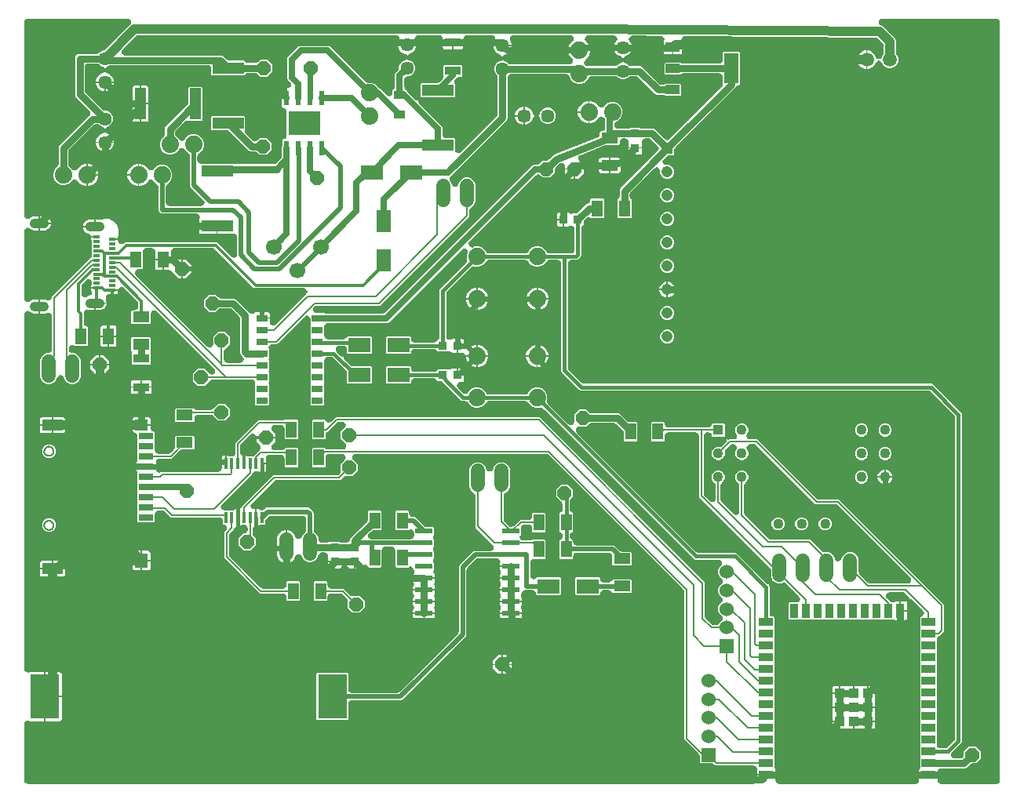
<source format=gbr>
G04 EAGLE Gerber RS-274X export*
G75*
%MOMM*%
%FSLAX34Y34*%
%LPD*%
%INTop Copper*%
%IPPOS*%
%AMOC8*
5,1,8,0,0,1.08239X$1,22.5*%
G01*
G04 Define Apertures*
%ADD10R,3.150000X4.780000*%
%ADD11R,0.970200X0.920900*%
%ADD12R,2.392000X1.565300*%
%ADD13R,1.210300X0.875700*%
%ADD14C,1.700000*%
%ADD15R,1.208000X1.208000*%
%ADD16C,1.208000*%
%ADD17R,1.108000X1.108000*%
%ADD18C,1.108000*%
%ADD19R,0.610000X1.600000*%
%ADD20R,3.510000X2.620000*%
%ADD21R,0.360000X1.260000*%
%ADD22R,1.600000X0.700000*%
%ADD23R,1.400000X1.200000*%
%ADD24R,1.400000X1.600000*%
%ADD25R,2.200000X1.200000*%
%ADD26C,0.152400*%
%ADD27R,1.874000X0.532600*%
%ADD28R,1.500000X1.000000*%
%ADD29R,1.500000X3.300000*%
%ADD30R,1.500000X0.900000*%
%ADD31R,0.900000X1.500000*%
%ADD32R,1.050000X1.050000*%
%ADD33R,1.200000X0.800000*%
%ADD34C,1.008000*%
%ADD35R,0.700000X0.300000*%
%ADD36R,1.711800X0.961800*%
%ADD37C,1.879600*%
%ADD38R,0.920900X0.970200*%
%ADD39R,1.565300X2.392000*%
%ADD40R,1.815300X1.164600*%
%ADD41P,1.64956X8X22.5*%
%ADD42C,1.524000*%
%ADD43R,1.524000X1.524000*%
%ADD44C,1.524000*%
%ADD45C,1.450000*%
%ADD46R,1.231200X3.370200*%
%ADD47R,3.370200X1.231200*%
%ADD48R,1.164600X1.815300*%
%ADD49C,1.508000*%
%ADD50C,0.300000*%
%ADD51C,0.600000*%
%ADD52C,0.550000*%
%ADD53C,0.950000*%
%ADD54C,1.000000*%
%ADD55C,0.400000*%
%ADD56C,0.800000*%
%ADD57C,0.750000*%
%ADD58C,0.200000*%
%ADD59C,0.650000*%
%ADD60C,0.350000*%
%ADD61C,0.700000*%
%ADD62C,0.500000*%
%ADD63C,0.203200*%
G36*
X705273Y483957D02*
X703810Y483660D01*
X-79090Y483660D01*
X-80442Y483912D01*
X-81699Y484716D01*
X-82543Y485947D01*
X-82840Y487410D01*
X-82840Y548171D01*
X-82599Y549495D01*
X-81804Y550759D01*
X-80580Y551613D01*
X-79120Y551921D01*
X-77655Y551636D01*
X-77168Y551434D01*
X-61675Y551434D01*
X-61675Y604314D01*
X-77168Y604314D01*
X-77655Y604113D01*
X-78970Y603829D01*
X-80442Y604079D01*
X-81699Y604884D01*
X-82543Y606115D01*
X-82840Y607577D01*
X-82840Y990666D01*
X-82609Y991962D01*
X-81825Y993232D01*
X-80608Y994095D01*
X-79150Y994415D01*
X-77683Y994142D01*
X-76438Y993318D01*
X-75838Y992717D01*
X-73052Y991563D01*
X-67266Y991563D01*
X-67266Y1006723D01*
X-73052Y1006723D01*
X-75838Y1005569D01*
X-76438Y1004969D01*
X-77518Y1004216D01*
X-78970Y1003873D01*
X-80442Y1004123D01*
X-81699Y1004927D01*
X-82543Y1006158D01*
X-82840Y1007621D01*
X-82840Y1080466D01*
X-82609Y1081762D01*
X-81825Y1083032D01*
X-80608Y1083895D01*
X-79150Y1084215D01*
X-77683Y1083942D01*
X-76438Y1083118D01*
X-75838Y1082517D01*
X-73052Y1081363D01*
X-67266Y1081363D01*
X-67266Y1096523D01*
X-73052Y1096523D01*
X-75838Y1095369D01*
X-76438Y1094769D01*
X-77518Y1094016D01*
X-78970Y1093673D01*
X-80442Y1093923D01*
X-81699Y1094727D01*
X-82543Y1095958D01*
X-82840Y1097421D01*
X-82840Y1306090D01*
X-82588Y1307442D01*
X-81784Y1308699D01*
X-80553Y1309543D01*
X-79090Y1309840D01*
X28860Y1309840D01*
X30156Y1309609D01*
X31426Y1308825D01*
X32290Y1307608D01*
X32610Y1306150D01*
X32336Y1304683D01*
X31512Y1303438D01*
X4646Y1276572D01*
X3457Y1275771D01*
X2505Y1275578D01*
X-970Y1274138D01*
X-2036Y1273072D01*
X-3225Y1272271D01*
X-4688Y1271974D01*
X-24049Y1271974D01*
X-25988Y1271171D01*
X-27471Y1269688D01*
X-28274Y1267749D01*
X-28274Y1227651D01*
X-27471Y1225713D01*
X-12610Y1210852D01*
X-11833Y1209718D01*
X-11512Y1208260D01*
X-11786Y1206793D01*
X-12610Y1205548D01*
X-45171Y1172988D01*
X-45974Y1171049D01*
X-45974Y1152725D01*
X-46248Y1151318D01*
X-47072Y1150074D01*
X-49959Y1147187D01*
X-51622Y1143172D01*
X-51622Y1138828D01*
X-49959Y1134813D01*
X-46887Y1131741D01*
X-42872Y1130078D01*
X-38528Y1130078D01*
X-34513Y1131741D01*
X-31321Y1134933D01*
X-30214Y1135699D01*
X-28759Y1136030D01*
X-27289Y1135768D01*
X-26039Y1134954D01*
X-25836Y1134653D01*
X-22062Y1130879D01*
X-17675Y1129062D01*
X-16062Y1129062D01*
X-16062Y1152938D01*
X-17675Y1152938D01*
X-22062Y1151121D01*
X-25760Y1147423D01*
X-25934Y1147153D01*
X-27152Y1146289D01*
X-28609Y1145969D01*
X-30077Y1146243D01*
X-31321Y1147067D01*
X-34328Y1150074D01*
X-35129Y1151263D01*
X-35426Y1152725D01*
X-35426Y1166262D01*
X-35152Y1167670D01*
X-34328Y1168914D01*
X-7914Y1195328D01*
X-6725Y1196129D01*
X-5262Y1196426D01*
X-4688Y1196426D01*
X-3280Y1196152D01*
X-2036Y1195328D01*
X-970Y1194262D01*
X2041Y1193014D01*
X3150Y1192305D01*
X4019Y1191101D01*
X4721Y1192180D01*
X5959Y1193014D01*
X8970Y1194262D01*
X11438Y1196730D01*
X12774Y1199955D01*
X12774Y1203445D01*
X11438Y1206670D01*
X8970Y1209138D01*
X5745Y1210474D01*
X4238Y1210474D01*
X2830Y1210748D01*
X1586Y1211572D01*
X-16628Y1229786D01*
X-17429Y1230975D01*
X-17726Y1232438D01*
X-17726Y1257676D01*
X-17474Y1259028D01*
X-16670Y1260285D01*
X-15439Y1261129D01*
X-13976Y1261426D01*
X-4688Y1261426D01*
X-3280Y1261152D01*
X-2036Y1260328D01*
X-970Y1259262D01*
X2041Y1258014D01*
X3150Y1257305D01*
X4019Y1256101D01*
X4721Y1257180D01*
X5959Y1258014D01*
X9402Y1259441D01*
X10837Y1259726D01*
X114875Y1259726D01*
X116227Y1259474D01*
X117484Y1258670D01*
X118328Y1257439D01*
X118625Y1255976D01*
X118625Y1249908D01*
X119518Y1249015D01*
X154482Y1249015D01*
X155790Y1250323D01*
X156979Y1251124D01*
X158442Y1251421D01*
X166094Y1251421D01*
X167502Y1251147D01*
X168746Y1250323D01*
X171712Y1247356D01*
X179288Y1247356D01*
X184644Y1252712D01*
X184644Y1260288D01*
X179288Y1265644D01*
X171712Y1265644D01*
X169136Y1263067D01*
X167947Y1262266D01*
X166484Y1261969D01*
X158442Y1261969D01*
X157034Y1262243D01*
X155790Y1263067D01*
X154482Y1264375D01*
X138332Y1264375D01*
X136924Y1264649D01*
X135680Y1265473D01*
X131683Y1269471D01*
X129744Y1270274D01*
X25854Y1270274D01*
X24558Y1270505D01*
X23288Y1271289D01*
X22424Y1272507D01*
X22104Y1273964D01*
X22378Y1275431D01*
X23202Y1276676D01*
X37387Y1290861D01*
X38576Y1291662D01*
X40039Y1291959D01*
X318041Y1291959D01*
X319364Y1291718D01*
X320628Y1290923D01*
X321482Y1289699D01*
X321790Y1288239D01*
X321505Y1286774D01*
X320210Y1283647D01*
X320210Y1282462D01*
X339790Y1282462D01*
X339790Y1283647D01*
X338495Y1286774D01*
X338211Y1288089D01*
X338462Y1289561D01*
X339266Y1290818D01*
X340497Y1291662D01*
X341959Y1291959D01*
X364651Y1291959D01*
X366003Y1291707D01*
X367260Y1290903D01*
X368104Y1289672D01*
X368401Y1288209D01*
X368401Y1284912D01*
X390599Y1284912D01*
X390599Y1288209D01*
X390851Y1289561D01*
X391655Y1290818D01*
X392886Y1291662D01*
X394349Y1291959D01*
X421455Y1291959D01*
X422779Y1291718D01*
X424042Y1290923D01*
X424896Y1289699D01*
X425205Y1288239D01*
X424919Y1286774D01*
X423210Y1282647D01*
X423210Y1281462D01*
X442790Y1281462D01*
X442790Y1282647D01*
X441081Y1286774D01*
X440797Y1288089D01*
X441047Y1289561D01*
X441852Y1290818D01*
X443083Y1291662D01*
X444545Y1291959D01*
X506323Y1291959D01*
X507619Y1291728D01*
X508889Y1290944D01*
X509752Y1289727D01*
X510072Y1288269D01*
X509799Y1286802D01*
X508974Y1285557D01*
X505879Y1282462D01*
X504062Y1278075D01*
X504062Y1276462D01*
X527938Y1276462D01*
X527938Y1278075D01*
X526121Y1282462D01*
X523121Y1285462D01*
X522356Y1286569D01*
X522023Y1288024D01*
X522285Y1289493D01*
X523099Y1290744D01*
X524337Y1291578D01*
X525802Y1291864D01*
X553082Y1291651D01*
X554348Y1291420D01*
X555618Y1290636D01*
X556482Y1289418D01*
X556802Y1287961D01*
X556528Y1286493D01*
X555704Y1285249D01*
X554700Y1284246D01*
X553210Y1280647D01*
X553210Y1279462D01*
X572790Y1279462D01*
X572790Y1280647D01*
X571300Y1284246D01*
X570453Y1285092D01*
X569688Y1286199D01*
X569355Y1287654D01*
X569617Y1289123D01*
X570431Y1290374D01*
X571669Y1291208D01*
X573134Y1291494D01*
X603931Y1291253D01*
X605225Y1291012D01*
X606489Y1290218D01*
X607343Y1288994D01*
X607651Y1287533D01*
X607366Y1286068D01*
X606760Y1284605D01*
X606760Y1279862D01*
X626840Y1279862D01*
X626840Y1284605D01*
X626318Y1285866D01*
X626033Y1287211D01*
X626295Y1288680D01*
X627109Y1289931D01*
X628347Y1290766D01*
X629812Y1291051D01*
X835808Y1289442D01*
X837186Y1289168D01*
X838430Y1288344D01*
X843378Y1283396D01*
X844179Y1282207D01*
X844476Y1280744D01*
X844476Y1273148D01*
X844202Y1271740D01*
X843378Y1270496D01*
X843316Y1270434D01*
X842514Y1268499D01*
X841805Y1267391D01*
X840595Y1266517D01*
X839140Y1266185D01*
X837670Y1266447D01*
X836419Y1267262D01*
X835585Y1268499D01*
X834545Y1271010D01*
X831710Y1273845D01*
X828005Y1275380D01*
X826762Y1275380D01*
X826762Y1255220D01*
X828005Y1255220D01*
X831710Y1256755D01*
X834545Y1259590D01*
X835585Y1262101D01*
X836295Y1263209D01*
X837505Y1264083D01*
X838960Y1264415D01*
X840430Y1264153D01*
X841680Y1263338D01*
X842514Y1262101D01*
X843316Y1260166D01*
X845866Y1257616D01*
X849197Y1256236D01*
X852803Y1256236D01*
X856134Y1257616D01*
X858684Y1260166D01*
X860064Y1263497D01*
X860064Y1267103D01*
X858684Y1270434D01*
X858622Y1270496D01*
X857821Y1271685D01*
X857524Y1273148D01*
X857524Y1286298D01*
X856531Y1288696D01*
X844709Y1300517D01*
X844689Y1300538D01*
X843787Y1301453D01*
X842601Y1301945D01*
X842574Y1301956D01*
X840966Y1302637D01*
X839907Y1303315D01*
X839024Y1304518D01*
X838680Y1305970D01*
X838930Y1307442D01*
X839735Y1308699D01*
X840966Y1309543D01*
X842428Y1309840D01*
X966090Y1309840D01*
X967442Y1309588D01*
X968699Y1308784D01*
X969543Y1307553D01*
X969840Y1306090D01*
X969840Y487410D01*
X969588Y486058D01*
X968784Y484801D01*
X967553Y483957D01*
X966090Y483660D01*
X906390Y483660D01*
X905038Y483912D01*
X903781Y484716D01*
X902937Y485947D01*
X902640Y487410D01*
X902640Y492398D01*
X882560Y492398D01*
X882560Y487410D01*
X882308Y486058D01*
X881504Y484801D01*
X880273Y483957D01*
X878810Y483660D01*
X731390Y483660D01*
X730038Y483912D01*
X728781Y484716D01*
X727937Y485947D01*
X727640Y487410D01*
X727640Y492398D01*
X707560Y492398D01*
X707560Y487410D01*
X707308Y486058D01*
X706504Y484801D01*
X705273Y483957D01*
G37*
%LPC*%
G36*
X370436Y1276801D02*
X378738Y1276801D01*
X378738Y1283388D01*
X368401Y1283388D01*
X368401Y1278836D01*
X368788Y1277902D01*
X369502Y1277188D01*
X370436Y1276801D01*
G37*
G36*
X380262Y1276801D02*
X388564Y1276801D01*
X389498Y1277188D01*
X390212Y1277902D01*
X390599Y1278836D01*
X390599Y1283388D01*
X380262Y1283388D01*
X380262Y1276801D01*
G37*
G36*
X329150Y1271205D02*
X330019Y1270002D01*
X330721Y1271081D01*
X331959Y1271915D01*
X335546Y1273400D01*
X338300Y1276154D01*
X339790Y1279753D01*
X339790Y1280938D01*
X320210Y1280938D01*
X320210Y1279753D01*
X321700Y1276154D01*
X324454Y1273400D01*
X328041Y1271915D01*
X329150Y1271205D01*
G37*
G36*
X882560Y493922D02*
X902640Y493922D01*
X902640Y496586D01*
X902892Y497938D01*
X903696Y499195D01*
X904927Y500039D01*
X906390Y500336D01*
X931959Y500336D01*
X933989Y501177D01*
X937570Y504758D01*
X938759Y505559D01*
X940221Y505856D01*
X943788Y505856D01*
X949144Y511212D01*
X949144Y518788D01*
X943788Y524144D01*
X936212Y524144D01*
X930856Y518788D01*
X930856Y515221D01*
X930582Y513814D01*
X929758Y512570D01*
X929670Y512482D01*
X928481Y511681D01*
X927019Y511384D01*
X920421Y511384D01*
X919125Y511615D01*
X917855Y512399D01*
X916992Y513617D01*
X916671Y515074D01*
X916945Y516541D01*
X917769Y517786D01*
X927988Y528004D01*
X928524Y529299D01*
X928524Y883201D01*
X927988Y884496D01*
X897472Y915012D01*
X896177Y915548D01*
X520989Y915548D01*
X519582Y915822D01*
X518337Y916646D01*
X504622Y930361D01*
X503821Y931550D01*
X503524Y933013D01*
X503524Y1045632D01*
X503776Y1046984D01*
X504580Y1048241D01*
X505811Y1049085D01*
X507274Y1049382D01*
X512795Y1049382D01*
X514090Y1049918D01*
X517334Y1053162D01*
X517870Y1054457D01*
X517870Y1083360D01*
X518144Y1084767D01*
X518968Y1086012D01*
X520475Y1087518D01*
X520475Y1090117D01*
X520749Y1091524D01*
X521573Y1092768D01*
X523346Y1094542D01*
X524480Y1095319D01*
X525938Y1095640D01*
X527405Y1095366D01*
X528650Y1094542D01*
X528792Y1094400D01*
X541700Y1094400D01*
X542593Y1095292D01*
X542593Y1114708D01*
X541700Y1115601D01*
X528792Y1115601D01*
X527899Y1114708D01*
X527899Y1113858D01*
X527636Y1112478D01*
X526822Y1111227D01*
X525584Y1110393D01*
X523359Y1109471D01*
X514361Y1100473D01*
X513172Y1099672D01*
X511709Y1099375D01*
X508461Y1099375D01*
X507378Y1099137D01*
X505911Y1099411D01*
X505211Y1099874D01*
X503964Y1100391D01*
X499616Y1100391D01*
X499616Y1085609D01*
X503964Y1085609D01*
X505407Y1086207D01*
X505500Y1086272D01*
X506952Y1086615D01*
X508424Y1086365D01*
X509681Y1085561D01*
X510525Y1084330D01*
X510822Y1082867D01*
X510822Y1060180D01*
X510570Y1058828D01*
X509766Y1057571D01*
X508535Y1056727D01*
X507072Y1056430D01*
X483380Y1056430D01*
X482000Y1056693D01*
X480749Y1057507D01*
X479915Y1058745D01*
X479771Y1059093D01*
X476699Y1062165D01*
X472684Y1063828D01*
X468340Y1063828D01*
X464325Y1062165D01*
X461253Y1059093D01*
X461109Y1058745D01*
X460338Y1057571D01*
X459107Y1056727D01*
X457644Y1056430D01*
X418356Y1056430D01*
X416976Y1056693D01*
X415725Y1057507D01*
X414891Y1058745D01*
X414747Y1059093D01*
X411675Y1062165D01*
X407660Y1063828D01*
X403316Y1063828D01*
X401620Y1063126D01*
X400364Y1062844D01*
X398889Y1063071D01*
X397619Y1063855D01*
X396755Y1065073D01*
X396435Y1066530D01*
X396709Y1067998D01*
X397533Y1069242D01*
X469028Y1140737D01*
X470162Y1141515D01*
X471620Y1141835D01*
X473087Y1141561D01*
X474332Y1140737D01*
X476712Y1138356D01*
X484288Y1138356D01*
X489644Y1143712D01*
X489644Y1147632D01*
X489918Y1149040D01*
X490742Y1150284D01*
X493737Y1153278D01*
X495018Y1154117D01*
X495220Y1154196D01*
X496470Y1154454D01*
X497942Y1154204D01*
X499199Y1153399D01*
X500043Y1152168D01*
X500340Y1150706D01*
X500340Y1148262D01*
X520660Y1148262D01*
X520660Y1151708D01*
X515752Y1156616D01*
X514958Y1157787D01*
X514654Y1159248D01*
X514943Y1160712D01*
X515781Y1161948D01*
X517034Y1162759D01*
X543756Y1173248D01*
X545126Y1173507D01*
X558408Y1173507D01*
X559301Y1174400D01*
X559301Y1176822D01*
X559553Y1178174D01*
X560357Y1179431D01*
X561588Y1180275D01*
X563051Y1180572D01*
X565313Y1180572D01*
X566636Y1180331D01*
X567900Y1179536D01*
X568754Y1178312D01*
X569063Y1176852D01*
X568809Y1175550D01*
X568809Y1171116D01*
X583591Y1171116D01*
X583591Y1175534D01*
X583339Y1176702D01*
X583590Y1178174D01*
X584394Y1179431D01*
X585625Y1180275D01*
X587087Y1180572D01*
X590916Y1180572D01*
X592324Y1180298D01*
X593568Y1179474D01*
X600690Y1172352D01*
X601467Y1171218D01*
X601788Y1169760D01*
X601514Y1168293D01*
X600690Y1167048D01*
X560283Y1126642D01*
X559480Y1124703D01*
X559480Y1118334D01*
X559206Y1116927D01*
X558382Y1115682D01*
X557407Y1114708D01*
X557407Y1095292D01*
X558300Y1094400D01*
X571208Y1094400D01*
X572101Y1095292D01*
X572101Y1114708D01*
X571126Y1115682D01*
X570325Y1116871D01*
X570028Y1118334D01*
X570028Y1119916D01*
X570302Y1121324D01*
X571126Y1122568D01*
X596834Y1148276D01*
X597914Y1149029D01*
X599366Y1149372D01*
X600838Y1149122D01*
X602095Y1148318D01*
X602939Y1147087D01*
X603236Y1145624D01*
X603236Y1142795D01*
X604388Y1140015D01*
X606515Y1137888D01*
X609295Y1136736D01*
X612305Y1136736D01*
X615085Y1137888D01*
X617212Y1140015D01*
X618364Y1142795D01*
X618364Y1145805D01*
X617212Y1148585D01*
X615085Y1150712D01*
X612305Y1151864D01*
X609476Y1151864D01*
X608180Y1152095D01*
X606910Y1152879D01*
X606047Y1154097D01*
X605726Y1155554D01*
X606000Y1157021D01*
X606824Y1158266D01*
X609596Y1161038D01*
X610785Y1161839D01*
X612248Y1162136D01*
X617471Y1162136D01*
X618364Y1163029D01*
X618364Y1168252D01*
X618638Y1169660D01*
X619462Y1170904D01*
X684271Y1235713D01*
X684291Y1235761D01*
X685062Y1236935D01*
X686293Y1237779D01*
X687756Y1238076D01*
X687931Y1238076D01*
X688824Y1238969D01*
X688824Y1273231D01*
X687931Y1274124D01*
X671669Y1274124D01*
X670776Y1273231D01*
X670776Y1265124D01*
X670524Y1263772D01*
X669720Y1262515D01*
X668489Y1261671D01*
X667026Y1261374D01*
X627735Y1261374D01*
X626327Y1261648D01*
X625083Y1262472D01*
X624931Y1262624D01*
X608669Y1262624D01*
X607776Y1261731D01*
X607776Y1250469D01*
X608669Y1249576D01*
X624931Y1249576D01*
X625083Y1249728D01*
X626272Y1250529D01*
X627735Y1250826D01*
X667026Y1250826D01*
X668378Y1250574D01*
X669635Y1249770D01*
X670479Y1248539D01*
X670776Y1247076D01*
X670776Y1238688D01*
X670502Y1237280D01*
X669678Y1236036D01*
X613452Y1179810D01*
X612318Y1179033D01*
X610860Y1178712D01*
X609393Y1178986D01*
X608148Y1179810D01*
X597642Y1190317D01*
X595703Y1191120D01*
X584090Y1191120D01*
X582683Y1191394D01*
X581807Y1191975D01*
X570600Y1191975D01*
X569773Y1191417D01*
X568310Y1191120D01*
X557474Y1191120D01*
X556122Y1191372D01*
X554865Y1192176D01*
X554021Y1193407D01*
X553724Y1194870D01*
X553724Y1195511D01*
X553987Y1196890D01*
X554801Y1198141D01*
X556039Y1198975D01*
X557887Y1199741D01*
X560959Y1202813D01*
X562622Y1206828D01*
X562622Y1211172D01*
X560959Y1215187D01*
X557887Y1218259D01*
X553872Y1219922D01*
X549528Y1219922D01*
X545513Y1218259D01*
X542321Y1215067D01*
X541214Y1214301D01*
X539759Y1213970D01*
X538289Y1214232D01*
X537039Y1215046D01*
X536836Y1215347D01*
X533062Y1219121D01*
X528675Y1220938D01*
X527062Y1220938D01*
X527062Y1197062D01*
X528675Y1197062D01*
X533062Y1198879D01*
X536760Y1202577D01*
X536934Y1202847D01*
X538152Y1203711D01*
X539609Y1204031D01*
X541077Y1203757D01*
X542321Y1202933D01*
X542578Y1202676D01*
X543379Y1201487D01*
X543676Y1200025D01*
X543676Y1191951D01*
X543424Y1190599D01*
X542620Y1189342D01*
X541389Y1188498D01*
X539926Y1188201D01*
X538992Y1188201D01*
X538100Y1187308D01*
X538100Y1184915D01*
X537810Y1183471D01*
X536973Y1182236D01*
X535720Y1181425D01*
X491001Y1163872D01*
X490844Y1163842D01*
X489398Y1163243D01*
X489333Y1163217D01*
X488387Y1162846D01*
X487669Y1162127D01*
X487619Y1162078D01*
X486492Y1160993D01*
X486402Y1160861D01*
X483284Y1157742D01*
X482095Y1156941D01*
X480632Y1156644D01*
X476712Y1156644D01*
X473691Y1153622D01*
X472502Y1152821D01*
X471039Y1152524D01*
X467687Y1152524D01*
X465840Y1151759D01*
X306804Y992722D01*
X305615Y991921D01*
X304152Y991624D01*
X241985Y991624D01*
X240577Y991898D01*
X240236Y992124D01*
X232269Y992124D01*
X230974Y992355D01*
X229704Y993139D01*
X228840Y994357D01*
X228520Y995814D01*
X228794Y997281D01*
X229618Y998526D01*
X229954Y998862D01*
X231143Y999663D01*
X232605Y999960D01*
X300505Y999960D01*
X301439Y1000347D01*
X396853Y1095761D01*
X397240Y1096695D01*
X397240Y1102529D01*
X397503Y1103909D01*
X398317Y1105159D01*
X399555Y1105994D01*
X399880Y1106128D01*
X402452Y1108700D01*
X403844Y1112061D01*
X403844Y1130939D01*
X402452Y1134300D01*
X399880Y1136872D01*
X396519Y1138264D01*
X392881Y1138264D01*
X389520Y1136872D01*
X386948Y1134300D01*
X385465Y1130718D01*
X384755Y1129609D01*
X383545Y1128736D01*
X382090Y1128404D01*
X380620Y1128666D01*
X379370Y1129480D01*
X378535Y1130718D01*
X377052Y1134300D01*
X376919Y1134432D01*
X376142Y1135566D01*
X375822Y1137024D01*
X376095Y1138491D01*
X376919Y1139735D01*
X382035Y1144851D01*
X383101Y1145563D01*
X437471Y1199934D01*
X438274Y1201872D01*
X438274Y1246276D01*
X438526Y1247628D01*
X439330Y1248885D01*
X440561Y1249729D01*
X442024Y1250026D01*
X501786Y1250026D01*
X503166Y1249763D01*
X504416Y1248949D01*
X505251Y1247711D01*
X506741Y1244113D01*
X509813Y1241041D01*
X513828Y1239378D01*
X518172Y1239378D01*
X522187Y1241041D01*
X525259Y1244113D01*
X525921Y1245711D01*
X526692Y1246885D01*
X527923Y1247729D01*
X529386Y1248026D01*
X554312Y1248026D01*
X555720Y1247752D01*
X556964Y1246928D01*
X558030Y1245862D01*
X561255Y1244526D01*
X564745Y1244526D01*
X567970Y1245862D01*
X569036Y1246928D01*
X570225Y1247729D01*
X571688Y1248026D01*
X576862Y1248026D01*
X578270Y1247752D01*
X579514Y1246928D01*
X597813Y1228629D01*
X599751Y1227826D01*
X605865Y1227826D01*
X607273Y1227552D01*
X608517Y1226728D01*
X608669Y1226576D01*
X624931Y1226576D01*
X625824Y1227469D01*
X625824Y1238731D01*
X624931Y1239624D01*
X608669Y1239624D01*
X608517Y1239472D01*
X607328Y1238671D01*
X605865Y1238374D01*
X604538Y1238374D01*
X603130Y1238648D01*
X601886Y1239472D01*
X583588Y1257771D01*
X581649Y1258574D01*
X571688Y1258574D01*
X570280Y1258848D01*
X569036Y1259672D01*
X567970Y1260738D01*
X564959Y1261986D01*
X563850Y1262695D01*
X562981Y1263899D01*
X562279Y1262820D01*
X561041Y1261986D01*
X558030Y1260738D01*
X556964Y1259672D01*
X555775Y1258871D01*
X554312Y1258574D01*
X524725Y1258574D01*
X523318Y1258848D01*
X522074Y1259672D01*
X522067Y1259679D01*
X521301Y1260786D01*
X520970Y1262241D01*
X521232Y1263711D01*
X522046Y1264961D01*
X522347Y1265164D01*
X526121Y1268938D01*
X527938Y1273325D01*
X527938Y1274938D01*
X504062Y1274938D01*
X504062Y1273325D01*
X505879Y1268938D01*
X507841Y1266976D01*
X508594Y1265896D01*
X508938Y1264444D01*
X508688Y1262972D01*
X507883Y1261715D01*
X506652Y1260871D01*
X505190Y1260574D01*
X441688Y1260574D01*
X440280Y1260848D01*
X439036Y1261672D01*
X437970Y1262738D01*
X434959Y1263986D01*
X433850Y1264695D01*
X432981Y1265899D01*
X432279Y1264820D01*
X431041Y1263986D01*
X428030Y1262738D01*
X425562Y1260270D01*
X424226Y1257045D01*
X424226Y1253555D01*
X425562Y1250330D01*
X426628Y1249264D01*
X427429Y1248075D01*
X427726Y1246612D01*
X427726Y1206659D01*
X427452Y1205251D01*
X426628Y1204007D01*
X388203Y1165583D01*
X387123Y1164830D01*
X385671Y1164486D01*
X384200Y1164737D01*
X382942Y1165541D01*
X382099Y1166772D01*
X381802Y1168234D01*
X381802Y1180092D01*
X380909Y1180985D01*
X372201Y1180985D01*
X370849Y1181237D01*
X369591Y1182041D01*
X368748Y1183272D01*
X368451Y1184735D01*
X368451Y1191946D01*
X367686Y1193792D01*
X342865Y1218613D01*
X342112Y1219693D01*
X341768Y1221145D01*
X341887Y1221846D01*
X341361Y1221730D01*
X339894Y1222004D01*
X338650Y1222828D01*
X330674Y1230804D01*
X329873Y1231993D01*
X329849Y1232109D01*
X328122Y1233836D01*
X327321Y1235025D01*
X327024Y1236488D01*
X327024Y1243776D01*
X327276Y1245128D01*
X328080Y1246385D01*
X329311Y1247229D01*
X330774Y1247526D01*
X331745Y1247526D01*
X334970Y1248862D01*
X337438Y1251330D01*
X338774Y1254555D01*
X338774Y1258045D01*
X337438Y1261270D01*
X334970Y1263738D01*
X331959Y1264986D01*
X330850Y1265695D01*
X329981Y1266899D01*
X329279Y1265820D01*
X328041Y1264986D01*
X325030Y1263738D01*
X322562Y1261270D01*
X321226Y1258045D01*
X321226Y1256184D01*
X320952Y1254777D01*
X320128Y1253533D01*
X317741Y1251146D01*
X316976Y1249299D01*
X316976Y1236488D01*
X316702Y1235080D01*
X315878Y1233836D01*
X314425Y1232383D01*
X314425Y1229761D01*
X314193Y1228465D01*
X313409Y1227195D01*
X312192Y1226332D01*
X310734Y1226011D01*
X309267Y1226285D01*
X308023Y1227109D01*
X301107Y1234025D01*
X300066Y1234714D01*
X299311Y1235835D01*
X296187Y1238959D01*
X292172Y1240622D01*
X287736Y1240622D01*
X286329Y1240896D01*
X285085Y1241720D01*
X246820Y1279985D01*
X244973Y1280750D01*
X214727Y1280750D01*
X212880Y1279985D01*
X201741Y1268846D01*
X200976Y1266999D01*
X200976Y1245101D01*
X201741Y1243254D01*
X203813Y1241182D01*
X204566Y1240102D01*
X204910Y1238650D01*
X204660Y1237178D01*
X203855Y1235921D01*
X202624Y1235077D01*
X201162Y1234780D01*
X200922Y1234780D01*
X200922Y1223478D01*
X194570Y1223478D01*
X194570Y1215735D01*
X194957Y1214801D01*
X195671Y1214087D01*
X196784Y1213626D01*
X197738Y1213448D01*
X198995Y1212644D01*
X199839Y1211413D01*
X200136Y1209950D01*
X200136Y1183514D01*
X199884Y1182162D01*
X199080Y1180905D01*
X197849Y1180061D01*
X196502Y1179788D01*
X195586Y1178871D01*
X195586Y1173072D01*
X195301Y1171637D01*
X195136Y1171239D01*
X195136Y1161374D01*
X194862Y1159967D01*
X194038Y1158723D01*
X189087Y1153772D01*
X187898Y1152971D01*
X186436Y1152674D01*
X144737Y1152674D01*
X143329Y1152948D01*
X142685Y1153375D01*
X107474Y1153375D01*
X106122Y1153627D01*
X104865Y1154431D01*
X104021Y1155662D01*
X103724Y1157125D01*
X103724Y1161339D01*
X103987Y1162719D01*
X104801Y1163970D01*
X105766Y1164620D01*
X108959Y1167813D01*
X110622Y1171828D01*
X110622Y1176172D01*
X108959Y1180187D01*
X105887Y1183259D01*
X101872Y1184922D01*
X97528Y1184922D01*
X93513Y1183259D01*
X90405Y1180151D01*
X89755Y1179135D01*
X88545Y1178262D01*
X87090Y1177930D01*
X85620Y1178192D01*
X84370Y1179007D01*
X83605Y1180141D01*
X80672Y1183074D01*
X79871Y1184263D01*
X79574Y1185725D01*
X79574Y1186867D01*
X79848Y1188275D01*
X80672Y1189519D01*
X90192Y1199038D01*
X91326Y1199816D01*
X92783Y1200136D01*
X94251Y1199862D01*
X94609Y1199625D01*
X108482Y1199625D01*
X109375Y1200518D01*
X109375Y1235482D01*
X108482Y1236375D01*
X94908Y1236375D01*
X94015Y1235482D01*
X94015Y1219332D01*
X93741Y1217924D01*
X92917Y1216680D01*
X69829Y1193593D01*
X69026Y1191654D01*
X69026Y1185725D01*
X68752Y1184318D01*
X67928Y1183074D01*
X65041Y1180187D01*
X63378Y1176172D01*
X63378Y1171828D01*
X65041Y1167813D01*
X68113Y1164741D01*
X72128Y1163078D01*
X76472Y1163078D01*
X80487Y1164741D01*
X83595Y1167849D01*
X84245Y1168865D01*
X85455Y1169738D01*
X86910Y1170070D01*
X88380Y1169808D01*
X89630Y1168993D01*
X90395Y1167859D01*
X93621Y1164633D01*
X94535Y1164033D01*
X95379Y1162802D01*
X95676Y1161339D01*
X95676Y1129500D01*
X96289Y1128021D01*
X110399Y1113911D01*
X111152Y1112831D01*
X111495Y1111379D01*
X111245Y1109907D01*
X110441Y1108650D01*
X109210Y1107806D01*
X107747Y1107509D01*
X73474Y1107509D01*
X72122Y1107761D01*
X70865Y1108565D01*
X70021Y1109796D01*
X69724Y1111259D01*
X69724Y1128339D01*
X69987Y1129719D01*
X70801Y1130970D01*
X71766Y1131620D01*
X74959Y1134813D01*
X76622Y1138828D01*
X76622Y1143172D01*
X74959Y1147187D01*
X71887Y1150259D01*
X67872Y1151922D01*
X63528Y1151922D01*
X59513Y1150259D01*
X56321Y1147067D01*
X55214Y1146301D01*
X53759Y1145970D01*
X52289Y1146232D01*
X51039Y1147046D01*
X50836Y1147347D01*
X47062Y1151121D01*
X42675Y1152938D01*
X41062Y1152938D01*
X41062Y1129062D01*
X42675Y1129062D01*
X47062Y1130879D01*
X50760Y1134577D01*
X50934Y1134847D01*
X52152Y1135711D01*
X53609Y1136031D01*
X55077Y1135757D01*
X56321Y1134933D01*
X59621Y1131633D01*
X60535Y1131033D01*
X61379Y1129802D01*
X61676Y1128339D01*
X61676Y1102685D01*
X62289Y1101206D01*
X63421Y1100074D01*
X64900Y1099461D01*
X102687Y1099461D01*
X104011Y1099220D01*
X105274Y1098425D01*
X106128Y1097201D01*
X106437Y1095741D01*
X106152Y1094276D01*
X105609Y1092966D01*
X105609Y1087067D01*
X125762Y1087067D01*
X125762Y1077609D01*
X143101Y1077609D01*
X144453Y1077357D01*
X145710Y1076553D01*
X146554Y1075322D01*
X146851Y1073859D01*
X146851Y1055495D01*
X146620Y1054200D01*
X145836Y1052930D01*
X144619Y1052066D01*
X143161Y1051746D01*
X141694Y1052020D01*
X140449Y1052844D01*
X125167Y1068126D01*
X123964Y1068625D01*
X26416Y1068625D01*
X25212Y1068126D01*
X24537Y1067451D01*
X23458Y1066698D01*
X22005Y1066355D01*
X20534Y1066605D01*
X19277Y1067409D01*
X18433Y1068640D01*
X18136Y1070103D01*
X18136Y1070781D01*
X11334Y1070781D01*
X11334Y1072305D01*
X18136Y1072305D01*
X18136Y1074017D01*
X18037Y1074503D01*
X18322Y1075968D01*
X18906Y1077376D01*
X18906Y1082711D01*
X16864Y1087639D01*
X13092Y1091412D01*
X8163Y1093453D01*
X2828Y1093453D01*
X1981Y1093102D01*
X576Y1092817D01*
X31Y1092923D01*
X-6242Y1092923D01*
X-6242Y1084581D01*
X-19624Y1084581D01*
X-19624Y1083836D01*
X-18470Y1081050D01*
X-16338Y1078917D01*
X-13259Y1077642D01*
X-12085Y1076871D01*
X-11241Y1075640D01*
X-11072Y1074805D01*
X-4142Y1074805D01*
X-4142Y1073281D01*
X-10944Y1073281D01*
X-10944Y1072038D01*
X-10314Y1070516D01*
X-10225Y1070384D01*
X-9928Y1068922D01*
X-9928Y1054184D01*
X-10202Y1052776D01*
X-11027Y1051532D01*
X-52930Y1009628D01*
X-53551Y1008129D01*
X-54302Y1006977D01*
X-55526Y1006123D01*
X-56986Y1005814D01*
X-58451Y1006100D01*
X-59957Y1006723D01*
X-65742Y1006723D01*
X-65742Y991563D01*
X-59957Y991563D01*
X-58502Y992166D01*
X-57187Y992449D01*
X-55715Y992199D01*
X-54458Y991395D01*
X-53614Y990164D01*
X-53317Y988701D01*
X-53317Y952514D01*
X-53569Y951162D01*
X-54374Y949905D01*
X-55605Y949061D01*
X-57067Y948764D01*
X-58519Y948764D01*
X-61880Y947372D01*
X-64452Y944800D01*
X-65844Y941439D01*
X-65844Y922561D01*
X-64452Y919200D01*
X-61880Y916628D01*
X-58519Y915236D01*
X-54881Y915236D01*
X-51520Y916628D01*
X-48948Y919200D01*
X-47465Y922782D01*
X-46755Y923891D01*
X-45545Y924764D01*
X-44090Y925096D01*
X-42620Y924834D01*
X-41370Y924020D01*
X-40535Y922782D01*
X-39052Y919200D01*
X-36480Y916628D01*
X-33119Y915236D01*
X-29481Y915236D01*
X-26120Y916628D01*
X-23548Y919200D01*
X-22156Y922561D01*
X-22156Y941439D01*
X-23548Y944800D01*
X-26120Y947372D01*
X-29481Y948764D01*
X-31010Y948764D01*
X-32362Y949016D01*
X-33619Y949820D01*
X-34463Y951051D01*
X-34760Y952514D01*
X-34760Y953898D01*
X-34529Y955194D01*
X-33745Y956464D01*
X-32528Y957327D01*
X-31070Y957647D01*
X-29603Y957374D01*
X-28358Y956550D01*
X-28208Y956400D01*
X-15300Y956400D01*
X-14407Y957292D01*
X-14407Y976708D01*
X-15373Y977674D01*
X-16332Y977853D01*
X-17589Y978657D01*
X-18433Y979888D01*
X-18730Y981351D01*
X-18730Y991696D01*
X-18489Y993020D01*
X-17694Y994283D01*
X-16470Y995137D01*
X-15010Y995446D01*
X-13560Y995163D01*
X-7766Y995163D01*
X-7766Y1003505D01*
X5616Y1003505D01*
X5616Y1004251D01*
X5279Y1005063D01*
X5018Y1006543D01*
X4996Y1006543D01*
X4996Y1008753D01*
X5248Y1010105D01*
X6052Y1011362D01*
X7283Y1012206D01*
X8746Y1012503D01*
X11334Y1012503D01*
X11334Y1017305D01*
X18288Y1017305D01*
X18367Y1017746D01*
X19151Y1019016D01*
X20368Y1019879D01*
X21826Y1020199D01*
X23293Y1019926D01*
X24537Y1019102D01*
X38628Y1005011D01*
X39429Y1003822D01*
X39726Y1002360D01*
X39726Y998851D01*
X39474Y997499D01*
X38670Y996242D01*
X37439Y995398D01*
X35976Y995101D01*
X33292Y995101D01*
X32400Y994208D01*
X32400Y981300D01*
X33292Y980407D01*
X52708Y980407D01*
X53601Y981300D01*
X53601Y991479D01*
X53832Y992775D01*
X54616Y994045D01*
X55833Y994909D01*
X57291Y995229D01*
X58758Y994955D01*
X60002Y994131D01*
X122092Y932042D01*
X122845Y930962D01*
X123188Y929510D01*
X122938Y928038D01*
X122134Y926781D01*
X120903Y925937D01*
X119440Y925640D01*
X119345Y925640D01*
X117937Y925914D01*
X116693Y926738D01*
X111788Y931644D01*
X104212Y931644D01*
X98856Y926288D01*
X98856Y918712D01*
X104212Y913356D01*
X111788Y913356D01*
X117893Y919462D01*
X119082Y920263D01*
X120545Y920560D01*
X162131Y920560D01*
X163539Y920286D01*
X164783Y919462D01*
X164843Y919402D01*
X165621Y918268D01*
X165941Y916810D01*
X165776Y915925D01*
X165776Y904861D01*
X165941Y904110D01*
X165776Y903225D01*
X165776Y893069D01*
X166669Y892176D01*
X179931Y892176D01*
X180824Y893069D01*
X180824Y903239D01*
X180659Y903990D01*
X180824Y904875D01*
X180824Y915939D01*
X180659Y916690D01*
X180824Y917575D01*
X180824Y928639D01*
X180659Y929390D01*
X180824Y930275D01*
X180824Y941339D01*
X180659Y942090D01*
X180824Y942975D01*
X180824Y954039D01*
X180659Y954790D01*
X180933Y956257D01*
X181757Y957502D01*
X181817Y957562D01*
X183006Y958363D01*
X184469Y958660D01*
X189205Y958660D01*
X190139Y959047D01*
X219374Y988282D01*
X220454Y989035D01*
X221906Y989379D01*
X223378Y989128D01*
X224635Y988324D01*
X225479Y987093D01*
X225776Y985631D01*
X225776Y981061D01*
X225941Y980310D01*
X225776Y979425D01*
X225776Y968361D01*
X225941Y967610D01*
X225776Y966725D01*
X225776Y955661D01*
X225941Y954910D01*
X225776Y954025D01*
X225776Y942961D01*
X225941Y942210D01*
X225776Y941325D01*
X225776Y930261D01*
X225941Y929510D01*
X225776Y928625D01*
X225776Y917561D01*
X225941Y916810D01*
X225776Y915925D01*
X225776Y904861D01*
X225941Y904110D01*
X225776Y903225D01*
X225776Y893069D01*
X226669Y892176D01*
X239931Y892176D01*
X240824Y893069D01*
X240824Y903239D01*
X240659Y903990D01*
X240824Y904875D01*
X240824Y915939D01*
X240659Y916690D01*
X240824Y917575D01*
X240824Y928639D01*
X240659Y929390D01*
X240824Y930275D01*
X240824Y941226D01*
X241076Y942578D01*
X241880Y943835D01*
X243111Y944679D01*
X244574Y944976D01*
X247975Y944976D01*
X249382Y944702D01*
X250626Y943878D01*
X263939Y930565D01*
X264740Y929376D01*
X265037Y927914D01*
X265037Y916642D01*
X265930Y915750D01*
X291112Y915750D01*
X292005Y916642D01*
X292005Y933558D01*
X291112Y934451D01*
X271574Y934451D01*
X270167Y934725D01*
X268922Y935549D01*
X262623Y941848D01*
X261870Y942928D01*
X261527Y944380D01*
X261597Y944793D01*
X261347Y944738D01*
X259880Y945012D01*
X258635Y945836D01*
X254297Y950174D01*
X253544Y951254D01*
X253200Y952706D01*
X253451Y954178D01*
X254255Y955435D01*
X255486Y956279D01*
X256948Y956576D01*
X261287Y956576D01*
X262639Y956324D01*
X263896Y955520D01*
X264740Y954289D01*
X265037Y952826D01*
X265037Y948487D01*
X264984Y948190D01*
X265275Y948250D01*
X291112Y948250D01*
X292005Y949142D01*
X292005Y966058D01*
X291112Y966951D01*
X265930Y966951D01*
X264400Y965421D01*
X263981Y964765D01*
X262750Y963921D01*
X261287Y963624D01*
X244574Y963624D01*
X243222Y963876D01*
X241965Y964680D01*
X241926Y964737D01*
X241922Y964733D01*
X241757Y964898D01*
X240979Y966033D01*
X240659Y967490D01*
X240824Y968375D01*
X240824Y977826D01*
X241076Y979178D01*
X241880Y980435D01*
X243111Y981279D01*
X244574Y981576D01*
X308786Y981576D01*
X310632Y982341D01*
X389152Y1060861D01*
X390205Y1061601D01*
X391654Y1061956D01*
X393128Y1061718D01*
X394391Y1060924D01*
X395245Y1059699D01*
X395554Y1058239D01*
X395268Y1056774D01*
X394566Y1055078D01*
X394566Y1050734D01*
X394710Y1050386D01*
X394995Y1049010D01*
X394721Y1047543D01*
X393897Y1046299D01*
X365766Y1018168D01*
X365230Y1016873D01*
X365230Y966340D01*
X364956Y964933D01*
X364132Y963688D01*
X361766Y961322D01*
X360577Y960521D01*
X359114Y960224D01*
X337913Y960224D01*
X336561Y960476D01*
X335304Y961280D01*
X334460Y962511D01*
X334163Y963974D01*
X334163Y966058D01*
X333270Y966951D01*
X308088Y966951D01*
X307195Y966058D01*
X307195Y949142D01*
X308088Y948250D01*
X333270Y948250D01*
X334163Y949142D01*
X334163Y949426D01*
X334415Y950778D01*
X335219Y952035D01*
X336450Y952879D01*
X337913Y953176D01*
X359114Y953176D01*
X360521Y952902D01*
X361766Y952078D01*
X363518Y950325D01*
X374638Y950325D01*
X375722Y950563D01*
X377189Y950289D01*
X377889Y949826D01*
X379136Y949309D01*
X383484Y949309D01*
X383484Y964091D01*
X379136Y964091D01*
X377693Y963493D01*
X377600Y963428D01*
X376148Y963085D01*
X374676Y963335D01*
X373419Y964139D01*
X372575Y965370D01*
X372278Y966833D01*
X372278Y1013159D01*
X372552Y1014566D01*
X373376Y1015811D01*
X398881Y1041315D01*
X400042Y1042105D01*
X401503Y1042413D01*
X402968Y1042128D01*
X403316Y1041984D01*
X407660Y1041984D01*
X411675Y1043647D01*
X414747Y1046719D01*
X414891Y1047067D01*
X415662Y1048241D01*
X416893Y1049085D01*
X418356Y1049382D01*
X457644Y1049382D01*
X459024Y1049119D01*
X460275Y1048305D01*
X461109Y1047067D01*
X461253Y1046719D01*
X464325Y1043647D01*
X468340Y1041984D01*
X472684Y1041984D01*
X476699Y1043647D01*
X479771Y1046719D01*
X479915Y1047067D01*
X480686Y1048241D01*
X481917Y1049085D01*
X483380Y1049382D01*
X492726Y1049382D01*
X494078Y1049130D01*
X495335Y1048326D01*
X496179Y1047095D01*
X496476Y1045632D01*
X496476Y929299D01*
X497012Y928004D01*
X515980Y909036D01*
X517275Y908500D01*
X892463Y908500D01*
X893870Y908226D01*
X895115Y907402D01*
X920378Y882139D01*
X921179Y880950D01*
X921476Y879487D01*
X921476Y533013D01*
X921202Y531606D01*
X920378Y530361D01*
X913199Y523182D01*
X912010Y522381D01*
X910547Y522084D01*
X905374Y522084D01*
X904022Y522336D01*
X902765Y523140D01*
X901921Y524371D01*
X901624Y525834D01*
X901624Y639710D01*
X901887Y641090D01*
X902701Y642341D01*
X903939Y643175D01*
X904499Y643407D01*
X908903Y647811D01*
X909290Y648745D01*
X909290Y677044D01*
X908903Y677977D01*
X796727Y790153D01*
X795794Y790540D01*
X774605Y790540D01*
X773198Y790814D01*
X771954Y791638D01*
X708439Y855153D01*
X707505Y855540D01*
X699983Y855540D01*
X698687Y855771D01*
X697418Y856555D01*
X696554Y857773D01*
X696234Y859230D01*
X696507Y860697D01*
X697108Y861604D01*
X698264Y864395D01*
X698264Y867205D01*
X697189Y869801D01*
X695201Y871789D01*
X692605Y872864D01*
X689795Y872864D01*
X687199Y871789D01*
X685211Y869801D01*
X684136Y867205D01*
X684136Y864395D01*
X685275Y861646D01*
X685821Y860862D01*
X686165Y859410D01*
X685915Y857938D01*
X685110Y856681D01*
X683879Y855837D01*
X682417Y855540D01*
X677753Y855540D01*
X676734Y855320D01*
X675262Y855571D01*
X675102Y855673D01*
X675240Y855046D01*
X674966Y853579D01*
X674142Y852334D01*
X670370Y848562D01*
X669181Y847761D01*
X667719Y847464D01*
X664395Y847464D01*
X661799Y846389D01*
X659811Y844401D01*
X658736Y841805D01*
X658736Y838995D01*
X659811Y836399D01*
X661799Y834411D01*
X664395Y833336D01*
X667205Y833336D01*
X669801Y834411D01*
X671789Y836399D01*
X672864Y838995D01*
X672864Y842319D01*
X673138Y843726D01*
X673962Y844970D01*
X678354Y849362D01*
X679543Y850163D01*
X681005Y850460D01*
X682217Y850460D01*
X683513Y850229D01*
X684783Y849445D01*
X685646Y848228D01*
X685966Y846770D01*
X685693Y845303D01*
X685405Y844868D01*
X684136Y841805D01*
X684136Y838995D01*
X685211Y836399D01*
X687199Y834411D01*
X689795Y833336D01*
X692605Y833336D01*
X695201Y834411D01*
X697189Y836399D01*
X698264Y838995D01*
X698264Y841805D01*
X697037Y844768D01*
X696779Y845138D01*
X696435Y846590D01*
X696685Y848062D01*
X697490Y849319D01*
X698721Y850163D01*
X700183Y850460D01*
X704395Y850460D01*
X705802Y850186D01*
X707046Y849362D01*
X770561Y785847D01*
X771495Y785460D01*
X792683Y785460D01*
X794090Y785186D01*
X795335Y784362D01*
X873110Y706586D01*
X873863Y705506D01*
X874207Y704054D01*
X873957Y702582D01*
X873152Y701325D01*
X871921Y700481D01*
X870459Y700184D01*
X830061Y700184D01*
X828654Y700458D01*
X827410Y701283D01*
X818342Y710350D01*
X817541Y711539D01*
X817244Y713001D01*
X817244Y726439D01*
X815852Y729800D01*
X813280Y732372D01*
X809919Y733764D01*
X806281Y733764D01*
X802920Y732372D01*
X800348Y729800D01*
X798865Y726218D01*
X798155Y725109D01*
X796945Y724236D01*
X795490Y723904D01*
X794020Y724166D01*
X792770Y724980D01*
X791935Y726218D01*
X790452Y729800D01*
X787880Y732372D01*
X784519Y733764D01*
X780381Y733764D01*
X778974Y734038D01*
X777730Y734862D01*
X765439Y747153D01*
X764505Y747540D01*
X722605Y747540D01*
X721198Y747814D01*
X719954Y748638D01*
X694838Y773754D01*
X694037Y774943D01*
X693740Y776405D01*
X693740Y805997D01*
X694014Y807404D01*
X694838Y808648D01*
X697189Y810999D01*
X698264Y813595D01*
X698264Y816405D01*
X697189Y819001D01*
X695201Y820989D01*
X692605Y822064D01*
X689795Y822064D01*
X687199Y820989D01*
X685211Y819001D01*
X684136Y816405D01*
X684136Y813595D01*
X685211Y810999D01*
X687562Y808648D01*
X688363Y807459D01*
X688660Y805997D01*
X688660Y777785D01*
X688429Y776490D01*
X687645Y775220D01*
X686428Y774356D01*
X684970Y774036D01*
X683503Y774310D01*
X682258Y775134D01*
X669438Y787954D01*
X668637Y789143D01*
X668340Y790605D01*
X668340Y805997D01*
X668614Y807404D01*
X669438Y808648D01*
X671789Y810999D01*
X672864Y813595D01*
X672864Y816405D01*
X671789Y819001D01*
X669801Y820989D01*
X667205Y822064D01*
X664395Y822064D01*
X661799Y820989D01*
X659811Y819001D01*
X658736Y816405D01*
X658736Y813595D01*
X659811Y810999D01*
X662162Y808648D01*
X662963Y807459D01*
X663260Y805997D01*
X663260Y791885D01*
X663029Y790590D01*
X662245Y789320D01*
X661028Y788456D01*
X659570Y788136D01*
X658103Y788410D01*
X656858Y789234D01*
X651138Y794954D01*
X650337Y796143D01*
X650040Y797605D01*
X650040Y859510D01*
X650292Y860862D01*
X651096Y862119D01*
X652327Y862963D01*
X653790Y863260D01*
X654986Y863260D01*
X656338Y863008D01*
X657595Y862204D01*
X658439Y860973D01*
X658706Y859659D01*
X659629Y858736D01*
X671491Y858736D01*
X672786Y858505D01*
X673006Y858369D01*
X672864Y859068D01*
X672864Y871971D01*
X671971Y872864D01*
X659629Y872864D01*
X658709Y871944D01*
X658484Y870738D01*
X657680Y869481D01*
X656449Y868637D01*
X654986Y868340D01*
X611851Y868340D01*
X610499Y868592D01*
X609242Y869396D01*
X608398Y870627D01*
X608101Y872090D01*
X608101Y873708D01*
X607208Y874601D01*
X594300Y874601D01*
X593407Y873708D01*
X593407Y854292D01*
X594300Y853400D01*
X607208Y853400D01*
X608101Y854292D01*
X608101Y859510D01*
X608353Y860862D01*
X609157Y862119D01*
X610388Y862963D01*
X611851Y863260D01*
X641210Y863260D01*
X642562Y863008D01*
X643819Y862204D01*
X644663Y860973D01*
X644960Y859510D01*
X644960Y794495D01*
X645347Y793561D01*
X721658Y717250D01*
X722459Y716061D01*
X722756Y714599D01*
X722756Y707561D01*
X724008Y704539D01*
X724289Y703283D01*
X724183Y702593D01*
X725600Y702329D01*
X726552Y701698D01*
X730081Y700236D01*
X733719Y700236D01*
X734906Y700728D01*
X736282Y701013D01*
X737749Y700739D01*
X738993Y699915D01*
X753122Y685786D01*
X753875Y684706D01*
X754219Y683254D01*
X753968Y681782D01*
X753164Y680525D01*
X751933Y679681D01*
X750471Y679384D01*
X742769Y679384D01*
X741876Y678491D01*
X741876Y662229D01*
X742769Y661336D01*
X854079Y661336D01*
X855486Y661062D01*
X855623Y660971D01*
X857195Y660320D01*
X861438Y660320D01*
X861438Y680400D01*
X857195Y680400D01*
X855693Y679778D01*
X855618Y679726D01*
X854160Y679406D01*
X852693Y679680D01*
X851448Y680504D01*
X847850Y684103D01*
X847097Y685182D01*
X846753Y686635D01*
X847003Y688106D01*
X847808Y689363D01*
X849039Y690207D01*
X850501Y690504D01*
X865439Y690504D01*
X866846Y690230D01*
X868090Y689406D01*
X870760Y686737D01*
X871500Y685684D01*
X871855Y684234D01*
X871617Y682761D01*
X871603Y682740D01*
X872865Y683018D01*
X874332Y682744D01*
X875577Y681920D01*
X886811Y670686D01*
X887564Y669606D01*
X887907Y668154D01*
X887657Y666682D01*
X886853Y665425D01*
X885622Y664581D01*
X884548Y664363D01*
X883576Y663391D01*
X883576Y501281D01*
X883302Y499874D01*
X883211Y499737D01*
X882560Y498165D01*
X882560Y493922D01*
G37*
G36*
X432150Y1270205D02*
X433019Y1269002D01*
X433721Y1270081D01*
X434959Y1270915D01*
X438546Y1272400D01*
X441300Y1275154D01*
X442790Y1278753D01*
X442790Y1279938D01*
X423210Y1279938D01*
X423210Y1278753D01*
X424700Y1275154D01*
X427454Y1272400D01*
X431041Y1270915D01*
X432150Y1270205D01*
G37*
G36*
X608795Y1271560D02*
X616038Y1271560D01*
X616038Y1278338D01*
X606760Y1278338D01*
X606760Y1273595D01*
X607147Y1272661D01*
X607861Y1271947D01*
X608795Y1271560D01*
G37*
G36*
X617562Y1271560D02*
X624805Y1271560D01*
X625739Y1271947D01*
X626453Y1272661D01*
X626840Y1273595D01*
X626840Y1278338D01*
X617562Y1278338D01*
X617562Y1271560D01*
G37*
G36*
X562150Y1268205D02*
X563019Y1267002D01*
X563721Y1268081D01*
X564959Y1268915D01*
X568546Y1270400D01*
X571300Y1273154D01*
X572790Y1276753D01*
X572790Y1277938D01*
X553210Y1277938D01*
X553210Y1276753D01*
X554700Y1273154D01*
X557454Y1270400D01*
X561041Y1268915D01*
X562150Y1268205D01*
G37*
G36*
X815920Y1266062D02*
X825238Y1266062D01*
X825238Y1275380D01*
X823995Y1275380D01*
X820290Y1273845D01*
X817455Y1271010D01*
X815920Y1267305D01*
X815920Y1266062D01*
G37*
G36*
X823995Y1255220D02*
X825238Y1255220D01*
X825238Y1264538D01*
X815920Y1264538D01*
X815920Y1263295D01*
X817455Y1259590D01*
X820290Y1256755D01*
X823995Y1255220D01*
G37*
G36*
X345052Y1225480D02*
X344948Y1224900D01*
X345516Y1225015D01*
X380909Y1225015D01*
X381802Y1225908D01*
X381802Y1239670D01*
X381434Y1240206D01*
X381114Y1241664D01*
X381388Y1243131D01*
X382212Y1244375D01*
X384055Y1246219D01*
X385244Y1247020D01*
X386707Y1247317D01*
X388690Y1247317D01*
X389583Y1248210D01*
X389583Y1259090D01*
X388690Y1259983D01*
X370310Y1259983D01*
X369417Y1259090D01*
X369417Y1247344D01*
X369143Y1245936D01*
X368319Y1244692D01*
X365100Y1241473D01*
X363911Y1240672D01*
X362448Y1240375D01*
X345944Y1240375D01*
X345052Y1239482D01*
X345052Y1225480D01*
G37*
G36*
X-5790Y1242062D02*
X13790Y1242062D01*
X13790Y1243247D01*
X12300Y1246846D01*
X9546Y1249600D01*
X5959Y1251085D01*
X4850Y1251795D01*
X3981Y1252999D01*
X3279Y1251919D01*
X2041Y1251085D01*
X-1546Y1249600D01*
X-4300Y1246846D01*
X-5790Y1243247D01*
X-5790Y1242062D01*
G37*
G36*
X4762Y1231510D02*
X5947Y1231510D01*
X9546Y1233000D01*
X12300Y1235754D01*
X13790Y1239353D01*
X13790Y1240538D01*
X4762Y1240538D01*
X4762Y1231510D01*
G37*
G36*
X2053Y1231510D02*
X3238Y1231510D01*
X3238Y1240538D01*
X-5790Y1240538D01*
X-5790Y1239353D01*
X-4300Y1235754D01*
X-1546Y1233000D01*
X2053Y1231510D01*
G37*
G36*
X33609Y1218762D02*
X41543Y1218762D01*
X41543Y1237391D01*
X35644Y1237391D01*
X34710Y1237004D01*
X33996Y1236290D01*
X33609Y1235356D01*
X33609Y1218762D01*
G37*
G36*
X43067Y1218762D02*
X51001Y1218762D01*
X51001Y1235356D01*
X50614Y1236290D01*
X49900Y1237004D01*
X48966Y1237391D01*
X43067Y1237391D01*
X43067Y1218762D01*
G37*
G36*
X194570Y1225002D02*
X199398Y1225002D01*
X199398Y1234780D01*
X196605Y1234780D01*
X195671Y1234393D01*
X194957Y1233679D01*
X194570Y1232745D01*
X194570Y1225002D01*
G37*
G36*
X514362Y1209762D02*
X525538Y1209762D01*
X525538Y1220938D01*
X523925Y1220938D01*
X519538Y1219121D01*
X516179Y1215762D01*
X514362Y1211375D01*
X514362Y1209762D01*
G37*
G36*
X43067Y1198609D02*
X48966Y1198609D01*
X49900Y1198996D01*
X50614Y1199710D01*
X51001Y1200644D01*
X51001Y1217238D01*
X43067Y1217238D01*
X43067Y1198609D01*
G37*
G36*
X35644Y1198609D02*
X41543Y1198609D01*
X41543Y1217238D01*
X33609Y1217238D01*
X33609Y1200644D01*
X33996Y1199710D01*
X34710Y1198996D01*
X35644Y1198609D01*
G37*
G36*
X446510Y1205762D02*
X455538Y1205762D01*
X455538Y1214790D01*
X454353Y1214790D01*
X450754Y1213300D01*
X448000Y1210546D01*
X446510Y1206947D01*
X446510Y1205762D01*
G37*
G36*
X457062Y1195210D02*
X458247Y1195210D01*
X461846Y1196700D01*
X464600Y1199454D01*
X466085Y1203041D01*
X466795Y1204150D01*
X467999Y1205019D01*
X466919Y1205721D01*
X466085Y1206959D01*
X464600Y1210546D01*
X461846Y1213300D01*
X458247Y1214790D01*
X457062Y1214790D01*
X457062Y1195210D01*
G37*
G36*
X479955Y1196226D02*
X483445Y1196226D01*
X486670Y1197562D01*
X489138Y1200030D01*
X490474Y1203255D01*
X490474Y1206745D01*
X489138Y1209970D01*
X486670Y1212438D01*
X483445Y1213774D01*
X479955Y1213774D01*
X476730Y1212438D01*
X474262Y1209970D01*
X473014Y1206959D01*
X472305Y1205850D01*
X471101Y1204981D01*
X472180Y1204279D01*
X473014Y1203041D01*
X474262Y1200030D01*
X476730Y1197562D01*
X479955Y1196226D01*
G37*
G36*
X523925Y1197062D02*
X525538Y1197062D01*
X525538Y1208238D01*
X514362Y1208238D01*
X514362Y1206625D01*
X516179Y1202238D01*
X519538Y1198879D01*
X523925Y1197062D01*
G37*
G36*
X170712Y1162856D02*
X178288Y1162856D01*
X183644Y1168212D01*
X183644Y1175788D01*
X178288Y1181144D01*
X170712Y1181144D01*
X168318Y1178749D01*
X167184Y1177972D01*
X165726Y1177651D01*
X164259Y1177925D01*
X163014Y1178749D01*
X155962Y1185802D01*
X155184Y1186936D01*
X154864Y1188393D01*
X155138Y1189861D01*
X155375Y1190219D01*
X155375Y1204092D01*
X154482Y1204985D01*
X119518Y1204985D01*
X118625Y1204092D01*
X118625Y1190518D01*
X119518Y1189625D01*
X135668Y1189625D01*
X137076Y1189351D01*
X138320Y1188527D01*
X159318Y1167529D01*
X161256Y1166726D01*
X165289Y1166726D01*
X166697Y1166452D01*
X167941Y1165628D01*
X170712Y1162856D01*
G37*
G36*
X454353Y1195210D02*
X455538Y1195210D01*
X455538Y1204238D01*
X446510Y1204238D01*
X446510Y1203053D01*
X448000Y1199454D01*
X450754Y1196700D01*
X454353Y1195210D01*
G37*
G36*
X-5790Y1177062D02*
X13790Y1177062D01*
X13790Y1178247D01*
X12300Y1181846D01*
X9546Y1184600D01*
X5959Y1186085D01*
X4850Y1186795D01*
X3981Y1187999D01*
X3279Y1186919D01*
X2041Y1186085D01*
X-1546Y1184600D01*
X-4300Y1181846D01*
X-5790Y1178247D01*
X-5790Y1177062D01*
G37*
G36*
X2053Y1166510D02*
X3238Y1166510D01*
X3238Y1175538D01*
X-5790Y1175538D01*
X-5790Y1174353D01*
X-4300Y1170754D01*
X-1546Y1168000D01*
X2053Y1166510D01*
G37*
G36*
X4762Y1166510D02*
X5947Y1166510D01*
X9546Y1168000D01*
X12300Y1170754D01*
X13790Y1174353D01*
X13790Y1175538D01*
X4762Y1175538D01*
X4762Y1166510D01*
G37*
G36*
X576962Y1163210D02*
X581556Y1163210D01*
X582490Y1163596D01*
X583204Y1164311D01*
X583591Y1165244D01*
X583591Y1169592D01*
X576962Y1169592D01*
X576962Y1163210D01*
G37*
G36*
X570844Y1163210D02*
X575438Y1163210D01*
X575438Y1169592D01*
X568809Y1169592D01*
X568809Y1165244D01*
X569196Y1164311D01*
X569910Y1163596D01*
X570844Y1163210D01*
G37*
G36*
X549462Y1152108D02*
X560317Y1152108D01*
X560317Y1157674D01*
X559930Y1158608D01*
X559215Y1159322D01*
X558282Y1159709D01*
X549462Y1159709D01*
X549462Y1152108D01*
G37*
G36*
X537084Y1152108D02*
X547938Y1152108D01*
X547938Y1159709D01*
X539118Y1159709D01*
X538185Y1159322D01*
X537470Y1158608D01*
X537084Y1157674D01*
X537084Y1152108D01*
G37*
G36*
X28362Y1141762D02*
X39538Y1141762D01*
X39538Y1152938D01*
X37925Y1152938D01*
X33538Y1151121D01*
X30179Y1147762D01*
X28362Y1143375D01*
X28362Y1141762D01*
G37*
G36*
X-14538Y1141762D02*
X-3362Y1141762D01*
X-3362Y1143375D01*
X-5179Y1147762D01*
X-8538Y1151121D01*
X-12925Y1152938D01*
X-14538Y1152938D01*
X-14538Y1141762D01*
G37*
G36*
X549462Y1142983D02*
X558282Y1142983D01*
X559215Y1143370D01*
X559930Y1144084D01*
X560317Y1145018D01*
X560317Y1150584D01*
X549462Y1150584D01*
X549462Y1142983D01*
G37*
G36*
X539118Y1142983D02*
X547938Y1142983D01*
X547938Y1150584D01*
X537084Y1150584D01*
X537084Y1145018D01*
X537470Y1144084D01*
X538185Y1143370D01*
X539118Y1142983D01*
G37*
G36*
X511262Y1137340D02*
X514708Y1137340D01*
X520660Y1143292D01*
X520660Y1146738D01*
X511262Y1146738D01*
X511262Y1137340D01*
G37*
G36*
X506292Y1137340D02*
X509738Y1137340D01*
X509738Y1146738D01*
X500340Y1146738D01*
X500340Y1143292D01*
X506292Y1137340D01*
G37*
G36*
X-14538Y1129062D02*
X-12925Y1129062D01*
X-8538Y1130879D01*
X-5179Y1134238D01*
X-3362Y1138625D01*
X-3362Y1140238D01*
X-14538Y1140238D01*
X-14538Y1129062D01*
G37*
G36*
X37925Y1129062D02*
X39538Y1129062D01*
X39538Y1140238D01*
X28362Y1140238D01*
X28362Y1138625D01*
X30179Y1134238D01*
X33538Y1130879D01*
X37925Y1129062D01*
G37*
G36*
X609295Y1111336D02*
X612305Y1111336D01*
X615085Y1112488D01*
X617212Y1114615D01*
X618364Y1117395D01*
X618364Y1120405D01*
X617212Y1123185D01*
X615085Y1125312D01*
X612305Y1126464D01*
X609295Y1126464D01*
X606515Y1125312D01*
X604388Y1123185D01*
X603236Y1120405D01*
X603236Y1117395D01*
X604388Y1114615D01*
X606515Y1112488D01*
X609295Y1111336D01*
G37*
G36*
X609295Y1085936D02*
X612305Y1085936D01*
X615085Y1087088D01*
X617212Y1089215D01*
X618364Y1091995D01*
X618364Y1095005D01*
X617212Y1097785D01*
X615085Y1099912D01*
X612305Y1101064D01*
X609295Y1101064D01*
X606515Y1099912D01*
X604388Y1097785D01*
X603236Y1095005D01*
X603236Y1091995D01*
X604388Y1089215D01*
X606515Y1087088D01*
X609295Y1085936D01*
G37*
G36*
X491710Y1093762D02*
X498092Y1093762D01*
X498092Y1100391D01*
X493744Y1100391D01*
X492811Y1100004D01*
X492096Y1099290D01*
X491710Y1098356D01*
X491710Y1093762D01*
G37*
G36*
X-65742Y1089705D02*
X-53884Y1089705D01*
X-53884Y1090451D01*
X-55038Y1093237D01*
X-57171Y1095369D01*
X-59957Y1096523D01*
X-65742Y1096523D01*
X-65742Y1089705D01*
G37*
G36*
X-19624Y1086105D02*
X-7766Y1086105D01*
X-7766Y1092923D01*
X-13552Y1092923D01*
X-16338Y1091769D01*
X-18470Y1089637D01*
X-19624Y1086851D01*
X-19624Y1086105D01*
G37*
G36*
X493744Y1085609D02*
X498092Y1085609D01*
X498092Y1092238D01*
X491710Y1092238D01*
X491710Y1087644D01*
X492096Y1086710D01*
X492811Y1085996D01*
X493744Y1085609D01*
G37*
G36*
X-65742Y1081363D02*
X-59957Y1081363D01*
X-57171Y1082517D01*
X-55038Y1084650D01*
X-53884Y1087436D01*
X-53884Y1088181D01*
X-65742Y1088181D01*
X-65742Y1081363D01*
G37*
G36*
X107644Y1077609D02*
X124238Y1077609D01*
X124238Y1085543D01*
X105609Y1085543D01*
X105609Y1079644D01*
X105996Y1078710D01*
X106710Y1077996D01*
X107644Y1077609D01*
G37*
G36*
X609295Y1060536D02*
X612305Y1060536D01*
X615085Y1061688D01*
X617212Y1063815D01*
X618364Y1066595D01*
X618364Y1069605D01*
X617212Y1072385D01*
X615085Y1074512D01*
X612305Y1075664D01*
X609295Y1075664D01*
X606515Y1074512D01*
X604388Y1072385D01*
X603236Y1069605D01*
X603236Y1066595D01*
X604388Y1063815D01*
X606515Y1061688D01*
X609295Y1060536D01*
G37*
G36*
X609295Y1035136D02*
X612305Y1035136D01*
X615085Y1036288D01*
X617212Y1038415D01*
X618364Y1041195D01*
X618364Y1044205D01*
X617212Y1046985D01*
X615085Y1049112D01*
X612305Y1050264D01*
X609295Y1050264D01*
X606515Y1049112D01*
X604388Y1046985D01*
X603236Y1044205D01*
X603236Y1041195D01*
X604388Y1038415D01*
X606515Y1036288D01*
X609295Y1035136D01*
G37*
G36*
X611562Y1018062D02*
X619380Y1018062D01*
X619380Y1019007D01*
X618074Y1022160D01*
X615660Y1024574D01*
X612507Y1025880D01*
X611562Y1025880D01*
X611562Y1018062D01*
G37*
G36*
X602220Y1018062D02*
X610038Y1018062D01*
X610038Y1025880D01*
X609093Y1025880D01*
X605940Y1024574D01*
X603526Y1022160D01*
X602220Y1019007D01*
X602220Y1018062D01*
G37*
G36*
X393550Y1008456D02*
X404726Y1008456D01*
X404726Y1019632D01*
X403113Y1019632D01*
X398726Y1017815D01*
X395367Y1014456D01*
X393550Y1010069D01*
X393550Y1008456D01*
G37*
G36*
X458574Y1008456D02*
X469750Y1008456D01*
X469750Y1019632D01*
X468137Y1019632D01*
X463750Y1017815D01*
X460391Y1014456D01*
X458574Y1010069D01*
X458574Y1008456D01*
G37*
G36*
X471274Y1008456D02*
X482450Y1008456D01*
X482450Y1010069D01*
X480633Y1014456D01*
X477274Y1017815D01*
X472887Y1019632D01*
X471274Y1019632D01*
X471274Y1008456D01*
G37*
G36*
X406250Y1008456D02*
X417426Y1008456D01*
X417426Y1010069D01*
X415609Y1014456D01*
X412250Y1017815D01*
X407863Y1019632D01*
X406250Y1019632D01*
X406250Y1008456D01*
G37*
G36*
X609093Y1008720D02*
X610038Y1008720D01*
X610038Y1016538D01*
X602220Y1016538D01*
X602220Y1015593D01*
X603526Y1012440D01*
X605940Y1010026D01*
X609093Y1008720D01*
G37*
G36*
X611562Y1008720D02*
X612507Y1008720D01*
X615660Y1010026D01*
X618074Y1012440D01*
X619380Y1015593D01*
X619380Y1016538D01*
X611562Y1016538D01*
X611562Y1008720D01*
G37*
G36*
X12858Y1012503D02*
X16101Y1012503D01*
X17035Y1012890D01*
X17749Y1013604D01*
X18136Y1014538D01*
X18136Y1015781D01*
X12858Y1015781D01*
X12858Y1012503D01*
G37*
G36*
X403113Y995756D02*
X404726Y995756D01*
X404726Y1006932D01*
X393550Y1006932D01*
X393550Y1005319D01*
X395367Y1000932D01*
X398726Y997573D01*
X403113Y995756D01*
G37*
G36*
X406250Y995756D02*
X407863Y995756D01*
X412250Y997573D01*
X415609Y1000932D01*
X417426Y1005319D01*
X417426Y1006932D01*
X406250Y1006932D01*
X406250Y995756D01*
G37*
G36*
X468137Y995756D02*
X469750Y995756D01*
X469750Y1006932D01*
X458574Y1006932D01*
X458574Y1005319D01*
X460391Y1000932D01*
X463750Y997573D01*
X468137Y995756D01*
G37*
G36*
X471274Y995756D02*
X472887Y995756D01*
X477274Y997573D01*
X480633Y1000932D01*
X482450Y1005319D01*
X482450Y1006932D01*
X471274Y1006932D01*
X471274Y995756D01*
G37*
G36*
X-6242Y995163D02*
X-457Y995163D01*
X2329Y996317D01*
X4462Y998450D01*
X5616Y1001236D01*
X5616Y1001981D01*
X-6242Y1001981D01*
X-6242Y995163D01*
G37*
G36*
X609295Y984336D02*
X612305Y984336D01*
X615085Y985488D01*
X617212Y987615D01*
X618364Y990395D01*
X618364Y993405D01*
X617212Y996185D01*
X615085Y998312D01*
X612305Y999464D01*
X609295Y999464D01*
X606515Y998312D01*
X604388Y996185D01*
X603236Y993405D01*
X603236Y990395D01*
X604388Y987615D01*
X606515Y985488D01*
X609295Y984336D01*
G37*
G36*
X8516Y967762D02*
X16117Y967762D01*
X16117Y976582D01*
X15730Y977515D01*
X15016Y978230D01*
X14082Y978617D01*
X8516Y978617D01*
X8516Y967762D01*
G37*
G36*
X-609Y967762D02*
X6992Y967762D01*
X6992Y978617D01*
X1426Y978617D01*
X492Y978230D01*
X-222Y977515D01*
X-609Y976582D01*
X-609Y967762D01*
G37*
G36*
X609295Y958936D02*
X612305Y958936D01*
X615085Y960088D01*
X617212Y962215D01*
X618364Y964995D01*
X618364Y968005D01*
X617212Y970785D01*
X615085Y972912D01*
X612305Y974064D01*
X609295Y974064D01*
X606515Y972912D01*
X604388Y970785D01*
X603236Y968005D01*
X603236Y964995D01*
X604388Y962215D01*
X606515Y960088D01*
X609295Y958936D01*
G37*
G36*
X8516Y955384D02*
X14082Y955384D01*
X15016Y955770D01*
X15730Y956485D01*
X16117Y957418D01*
X16117Y966238D01*
X8516Y966238D01*
X8516Y955384D01*
G37*
G36*
X1426Y955384D02*
X6992Y955384D01*
X6992Y966238D01*
X-609Y966238D01*
X-609Y957418D01*
X-222Y956485D01*
X492Y955770D01*
X1426Y955384D01*
G37*
G36*
X34010Y936317D02*
X52390Y936317D01*
X53283Y937210D01*
X53283Y949093D01*
X53145Y949722D01*
X53418Y951190D01*
X53601Y951465D01*
X53601Y964700D01*
X52708Y965593D01*
X33292Y965593D01*
X32400Y964700D01*
X32400Y951608D01*
X32820Y950984D01*
X33117Y949521D01*
X33117Y937210D01*
X34010Y936317D01*
G37*
G36*
X385008Y957462D02*
X391468Y957462D01*
X391391Y957845D01*
X391391Y962056D01*
X391004Y962990D01*
X390289Y963704D01*
X389356Y964091D01*
X385008Y964091D01*
X385008Y957462D01*
G37*
G36*
X406150Y946668D02*
X417326Y946668D01*
X417326Y948281D01*
X415509Y952668D01*
X412150Y956027D01*
X407763Y957844D01*
X406150Y957844D01*
X406150Y946668D01*
G37*
G36*
X471174Y946668D02*
X482350Y946668D01*
X482350Y948281D01*
X480533Y952668D01*
X477174Y956027D01*
X472787Y957844D01*
X471174Y957844D01*
X471174Y946668D01*
G37*
G36*
X458474Y946668D02*
X469650Y946668D01*
X469650Y957844D01*
X468037Y957844D01*
X463650Y956027D01*
X460291Y952668D01*
X458474Y948281D01*
X458474Y946668D01*
G37*
G36*
X393225Y946668D02*
X404626Y946668D01*
X404626Y957844D01*
X403013Y957844D01*
X398626Y956027D01*
X397792Y955193D01*
X396712Y954440D01*
X395260Y954097D01*
X393789Y954347D01*
X392531Y955151D01*
X391772Y956260D01*
X391772Y955938D01*
X385008Y955938D01*
X385008Y949309D01*
X389700Y949309D01*
X391052Y949057D01*
X392309Y948253D01*
X393153Y947022D01*
X393225Y946668D01*
G37*
G36*
X-11660Y937262D02*
X-2262Y937262D01*
X-2262Y946660D01*
X-5708Y946660D01*
X-11660Y940708D01*
X-11660Y937262D01*
G37*
G36*
X-738Y937262D02*
X8660Y937262D01*
X8660Y940708D01*
X2708Y946660D01*
X-738Y946660D01*
X-738Y937262D01*
G37*
G36*
X403013Y933968D02*
X404626Y933968D01*
X404626Y945144D01*
X393450Y945144D01*
X393450Y943531D01*
X395267Y939144D01*
X398626Y935785D01*
X403013Y933968D01*
G37*
G36*
X406150Y933968D02*
X407763Y933968D01*
X412150Y935785D01*
X415509Y939144D01*
X417326Y943531D01*
X417326Y945144D01*
X406150Y945144D01*
X406150Y933968D01*
G37*
G36*
X468037Y933968D02*
X469650Y933968D01*
X469650Y945144D01*
X458474Y945144D01*
X458474Y943531D01*
X460291Y939144D01*
X463650Y935785D01*
X468037Y933968D01*
G37*
G36*
X471174Y933968D02*
X472787Y933968D01*
X477174Y935785D01*
X480533Y939144D01*
X482350Y943531D01*
X482350Y945144D01*
X471174Y945144D01*
X471174Y933968D01*
G37*
G36*
X-5708Y926340D02*
X-2262Y926340D01*
X-2262Y935738D01*
X-11660Y935738D01*
X-11660Y932292D01*
X-5708Y926340D01*
G37*
G36*
X-738Y926340D02*
X2708Y926340D01*
X8660Y932292D01*
X8660Y935738D01*
X-738Y935738D01*
X-738Y926340D01*
G37*
G36*
X707560Y493922D02*
X727640Y493922D01*
X727640Y498165D01*
X727009Y499688D01*
X726921Y499819D01*
X726624Y501281D01*
X726624Y663391D01*
X725731Y664284D01*
X724874Y664284D01*
X723522Y664536D01*
X722265Y665340D01*
X721421Y666571D01*
X721124Y668034D01*
X721124Y696461D01*
X720728Y697418D01*
X720446Y698674D01*
X720552Y699363D01*
X719136Y699628D01*
X717892Y700452D01*
X686050Y732294D01*
X684755Y732830D01*
X644813Y732830D01*
X643406Y733104D01*
X642161Y733928D01*
X513135Y862954D01*
X512382Y864034D01*
X512039Y865486D01*
X512289Y866958D01*
X513093Y868215D01*
X514324Y869059D01*
X515787Y869356D01*
X523288Y869356D01*
X526059Y872128D01*
X527248Y872929D01*
X528711Y873226D01*
X553008Y873226D01*
X554416Y872952D01*
X555660Y872128D01*
X562801Y864987D01*
X563602Y863798D01*
X563899Y862335D01*
X563899Y854292D01*
X564792Y853400D01*
X577700Y853400D01*
X578593Y854292D01*
X578593Y873708D01*
X577700Y874601D01*
X569657Y874601D01*
X568250Y874875D01*
X567006Y875699D01*
X559734Y882971D01*
X557795Y883774D01*
X528711Y883774D01*
X527303Y884048D01*
X526059Y884872D01*
X523288Y887644D01*
X515712Y887644D01*
X510356Y882288D01*
X510356Y874787D01*
X510125Y873491D01*
X509341Y872221D01*
X508124Y871358D01*
X506666Y871037D01*
X505199Y871311D01*
X503954Y872135D01*
X482003Y894087D01*
X481213Y895248D01*
X480905Y896709D01*
X481190Y898174D01*
X481334Y898522D01*
X481334Y902866D01*
X479671Y906881D01*
X476599Y909953D01*
X472584Y911616D01*
X468240Y911616D01*
X464225Y909953D01*
X461153Y906881D01*
X461009Y906533D01*
X460238Y905359D01*
X459007Y904515D01*
X457544Y904218D01*
X418256Y904218D01*
X416876Y904481D01*
X415625Y905295D01*
X414791Y906533D01*
X414647Y906881D01*
X411575Y909953D01*
X407560Y911616D01*
X403216Y911616D01*
X399201Y909953D01*
X395845Y906597D01*
X395579Y906185D01*
X394362Y905322D01*
X392904Y905001D01*
X391437Y905275D01*
X390193Y906099D01*
X385085Y911207D01*
X384332Y912287D01*
X383988Y913739D01*
X384239Y915211D01*
X385043Y916468D01*
X386274Y917312D01*
X387736Y917609D01*
X389356Y917609D01*
X390289Y917996D01*
X391004Y918710D01*
X391391Y919644D01*
X391391Y924238D01*
X383484Y924238D01*
X383484Y932391D01*
X379136Y932391D01*
X377936Y931894D01*
X377299Y931457D01*
X375842Y931137D01*
X374565Y931375D01*
X363518Y931375D01*
X361766Y929622D01*
X360577Y928821D01*
X359114Y928524D01*
X337913Y928524D01*
X336561Y928776D01*
X335304Y929580D01*
X334460Y930811D01*
X334163Y932274D01*
X334163Y933558D01*
X333270Y934451D01*
X308088Y934451D01*
X307195Y933558D01*
X307195Y916642D01*
X308088Y915750D01*
X333270Y915750D01*
X334163Y916642D01*
X334163Y917726D01*
X334415Y919078D01*
X335219Y920335D01*
X336450Y921179D01*
X337913Y921476D01*
X359114Y921476D01*
X360521Y921202D01*
X361766Y920378D01*
X363518Y918625D01*
X365998Y918625D01*
X367036Y918479D01*
X368359Y917788D01*
X369140Y917156D01*
X369431Y916894D01*
X388618Y897706D01*
X389914Y897170D01*
X392520Y897170D01*
X393900Y896907D01*
X395151Y896093D01*
X395985Y894855D01*
X396129Y894507D01*
X399201Y891435D01*
X403216Y889772D01*
X407560Y889772D01*
X411575Y891435D01*
X414647Y894507D01*
X414791Y894855D01*
X415562Y896029D01*
X416793Y896873D01*
X418256Y897170D01*
X457544Y897170D01*
X458924Y896907D01*
X460175Y896093D01*
X461009Y894855D01*
X461153Y894507D01*
X464225Y891435D01*
X468240Y889772D01*
X472585Y889772D01*
X472932Y889916D01*
X474308Y890201D01*
X475775Y889927D01*
X477019Y889103D01*
X639804Y726318D01*
X641099Y725782D01*
X666297Y725782D01*
X667593Y725551D01*
X668863Y724767D01*
X669726Y723550D01*
X670047Y722092D01*
X669773Y720625D01*
X668949Y719380D01*
X667248Y717680D01*
X665856Y714319D01*
X665856Y710681D01*
X667248Y707320D01*
X669417Y705152D01*
X670194Y704018D01*
X670515Y702560D01*
X670241Y701093D01*
X669417Y699848D01*
X667248Y697680D01*
X665856Y694319D01*
X665856Y690681D01*
X667248Y687320D01*
X669417Y685152D01*
X670194Y684018D01*
X670515Y682560D01*
X670241Y681093D01*
X669417Y679848D01*
X667248Y677680D01*
X665856Y674319D01*
X665856Y670681D01*
X667248Y667320D01*
X669417Y665152D01*
X670194Y664018D01*
X670515Y662560D01*
X670241Y661093D01*
X669417Y659848D01*
X667248Y657680D01*
X667114Y657355D01*
X666343Y656181D01*
X665112Y655337D01*
X663649Y655040D01*
X661105Y655040D01*
X659698Y655314D01*
X658454Y656138D01*
X652638Y661954D01*
X651837Y663143D01*
X651540Y664605D01*
X651540Y700921D01*
X651153Y701854D01*
X473694Y879313D01*
X472761Y879700D01*
X253786Y879700D01*
X252853Y879313D01*
X248415Y874875D01*
X247280Y874097D01*
X245823Y873777D01*
X244356Y874051D01*
X243111Y874875D01*
X241208Y876778D01*
X228300Y876778D01*
X227407Y875885D01*
X227407Y856470D01*
X228300Y855577D01*
X241208Y855577D01*
X242101Y856470D01*
X242101Y860422D01*
X242364Y861802D01*
X243178Y863053D01*
X244416Y863887D01*
X244748Y864024D01*
X254245Y873522D01*
X255434Y874323D01*
X256897Y874620D01*
X260135Y874620D01*
X261431Y874389D01*
X262701Y873605D01*
X263564Y872388D01*
X263885Y870930D01*
X263611Y869463D01*
X262787Y868218D01*
X258356Y863788D01*
X258356Y856212D01*
X263327Y851242D01*
X264080Y850162D01*
X264423Y848710D01*
X264173Y847238D01*
X263369Y845981D01*
X262138Y845137D01*
X260675Y844840D01*
X244522Y844840D01*
X243115Y845114D01*
X241870Y845938D01*
X241208Y846601D01*
X228300Y846601D01*
X227407Y845708D01*
X227407Y826292D01*
X228300Y825400D01*
X241208Y825400D01*
X242101Y826292D01*
X242101Y836010D01*
X242353Y837362D01*
X243157Y838619D01*
X244388Y839463D01*
X245851Y839760D01*
X260275Y839760D01*
X261571Y839529D01*
X262841Y838745D01*
X263704Y837528D01*
X264025Y836070D01*
X263751Y834603D01*
X262927Y833358D01*
X258356Y828788D01*
X258356Y821001D01*
X258082Y819594D01*
X257258Y818350D01*
X256546Y817638D01*
X255357Y816837D01*
X253895Y816540D01*
X185617Y816540D01*
X184684Y816153D01*
X151847Y783316D01*
X151490Y782455D01*
X150719Y781281D01*
X149488Y780437D01*
X148262Y780188D01*
X148262Y762460D01*
X149805Y762460D01*
X151328Y763091D01*
X151459Y763179D01*
X152921Y763476D01*
X154210Y763476D01*
X155562Y763224D01*
X156819Y762420D01*
X157663Y761189D01*
X157960Y759726D01*
X157960Y757894D01*
X157708Y756542D01*
X156904Y755285D01*
X155673Y754441D01*
X154210Y754144D01*
X153712Y754144D01*
X148356Y748788D01*
X148356Y741212D01*
X153712Y735856D01*
X161288Y735856D01*
X166644Y741212D01*
X166644Y748788D01*
X164138Y751293D01*
X163337Y752482D01*
X163040Y753945D01*
X163040Y758710D01*
X163292Y760062D01*
X164096Y761319D01*
X165327Y762163D01*
X166238Y762348D01*
X166238Y780140D01*
X164908Y780140D01*
X163612Y780371D01*
X162342Y781155D01*
X161479Y782373D01*
X161158Y783830D01*
X161432Y785297D01*
X162256Y786542D01*
X186076Y810362D01*
X187265Y811163D01*
X188728Y811460D01*
X257005Y811460D01*
X257939Y811847D01*
X260850Y814758D01*
X262039Y815559D01*
X263501Y815856D01*
X271288Y815856D01*
X276644Y821212D01*
X276644Y828788D01*
X272073Y833358D01*
X271320Y834438D01*
X270977Y835890D01*
X271227Y837362D01*
X272031Y838619D01*
X273262Y839463D01*
X274725Y839760D01*
X480452Y839760D01*
X481860Y839486D01*
X483104Y838662D01*
X628336Y693430D01*
X629137Y692241D01*
X629434Y690778D01*
X629434Y532292D01*
X629821Y531358D01*
X644758Y516421D01*
X645559Y515232D01*
X645856Y513769D01*
X645856Y506749D01*
X646749Y505856D01*
X658999Y505856D01*
X660406Y505582D01*
X661650Y504758D01*
X662701Y503707D01*
X663635Y503320D01*
X704083Y503320D01*
X705407Y503079D01*
X706670Y502284D01*
X707524Y501060D01*
X707833Y499600D01*
X707560Y498199D01*
X707560Y493922D01*
G37*
G36*
X385008Y925762D02*
X391391Y925762D01*
X391391Y930356D01*
X391004Y931290D01*
X390289Y932004D01*
X389356Y932391D01*
X385008Y932391D01*
X385008Y925762D01*
G37*
G36*
X32101Y912912D02*
X42438Y912912D01*
X42438Y919499D01*
X34136Y919499D01*
X33202Y919112D01*
X32488Y918398D01*
X32101Y917464D01*
X32101Y912912D01*
G37*
G36*
X43962Y912912D02*
X54299Y912912D01*
X54299Y917464D01*
X53912Y918398D01*
X53198Y919112D01*
X52264Y919499D01*
X43962Y919499D01*
X43962Y912912D01*
G37*
G36*
X34136Y904801D02*
X42438Y904801D01*
X42438Y911388D01*
X32101Y911388D01*
X32101Y906836D01*
X32488Y905902D01*
X33202Y905188D01*
X34136Y904801D01*
G37*
G36*
X43962Y904801D02*
X52264Y904801D01*
X53198Y905188D01*
X53912Y905902D01*
X54299Y906836D01*
X54299Y911388D01*
X43962Y911388D01*
X43962Y904801D01*
G37*
G36*
X80292Y874407D02*
X99708Y874407D01*
X100601Y875300D01*
X100601Y878710D01*
X100853Y880062D01*
X101657Y881319D01*
X102888Y882163D01*
X104351Y882460D01*
X118055Y882460D01*
X119463Y882186D01*
X120707Y881362D01*
X126212Y875856D01*
X133788Y875856D01*
X139144Y881212D01*
X139144Y888788D01*
X133788Y894144D01*
X126212Y894144D01*
X120707Y888638D01*
X119518Y887837D01*
X118055Y887540D01*
X102822Y887540D01*
X101415Y887814D01*
X100170Y888638D01*
X99708Y889101D01*
X80292Y889101D01*
X79400Y888208D01*
X79400Y875300D01*
X80292Y874407D01*
G37*
G36*
X44262Y872162D02*
X53040Y872162D01*
X53040Y877905D01*
X52653Y878839D01*
X51939Y879553D01*
X51005Y879940D01*
X44262Y879940D01*
X44262Y872162D01*
G37*
G36*
X33960Y872162D02*
X42738Y872162D01*
X42738Y879940D01*
X35995Y879940D01*
X35061Y879553D01*
X34347Y878839D01*
X33960Y877905D01*
X33960Y872162D01*
G37*
G36*
X-66040Y871662D02*
X-53262Y871662D01*
X-53262Y879440D01*
X-64005Y879440D01*
X-64939Y879053D01*
X-65653Y878339D01*
X-66040Y877405D01*
X-66040Y871662D01*
G37*
G36*
X-51738Y871662D02*
X-38960Y871662D01*
X-38960Y877405D01*
X-39347Y878339D01*
X-40061Y879053D01*
X-40995Y879440D01*
X-51738Y879440D01*
X-51738Y871662D01*
G37*
G36*
X200792Y681400D02*
X213700Y681400D01*
X214593Y682292D01*
X214593Y701708D01*
X213700Y702601D01*
X200792Y702601D01*
X199899Y701708D01*
X199899Y698290D01*
X199647Y696938D01*
X198843Y695681D01*
X197612Y694837D01*
X196149Y694540D01*
X174828Y694540D01*
X173420Y694814D01*
X172176Y695638D01*
X139098Y728716D01*
X138297Y729905D01*
X138000Y731368D01*
X138000Y751775D01*
X138274Y753183D01*
X139098Y754427D01*
X143153Y758482D01*
X143779Y759993D01*
X143792Y760062D01*
X144596Y761319D01*
X145827Y762163D01*
X146738Y762348D01*
X146738Y780140D01*
X145195Y780140D01*
X143672Y779509D01*
X143541Y779421D01*
X142079Y779124D01*
X132802Y779124D01*
X131506Y779355D01*
X130237Y780139D01*
X129373Y781357D01*
X129053Y782814D01*
X129326Y784281D01*
X130151Y785526D01*
X162739Y818114D01*
X163173Y819161D01*
X163944Y820335D01*
X165175Y821179D01*
X166637Y821476D01*
X168079Y821476D01*
X169486Y821202D01*
X169623Y821111D01*
X171195Y820460D01*
X172738Y820460D01*
X172738Y830062D01*
X177840Y830062D01*
X177840Y835050D01*
X178092Y836402D01*
X178896Y837659D01*
X180127Y838503D01*
X181590Y838800D01*
X194149Y838800D01*
X195501Y838548D01*
X196758Y837744D01*
X197602Y836513D01*
X197899Y835050D01*
X197899Y826292D01*
X198792Y825400D01*
X211700Y825400D01*
X212593Y826292D01*
X212593Y845708D01*
X211700Y846601D01*
X198792Y846601D01*
X197170Y844978D01*
X195981Y844177D01*
X194518Y843880D01*
X187302Y843880D01*
X186006Y844111D01*
X184736Y844895D01*
X183872Y846113D01*
X183552Y847570D01*
X183826Y849037D01*
X184650Y850282D01*
X187660Y853292D01*
X187660Y856738D01*
X167340Y856738D01*
X167340Y853292D01*
X171255Y849376D01*
X172020Y848270D01*
X172352Y846815D01*
X172091Y845345D01*
X171276Y844095D01*
X171050Y843942D01*
X165330Y838222D01*
X164141Y837421D01*
X162679Y837124D01*
X159421Y837124D01*
X158014Y837398D01*
X157877Y837489D01*
X156305Y838140D01*
X154762Y838140D01*
X154762Y828538D01*
X153238Y828538D01*
X153238Y838243D01*
X152438Y838392D01*
X151181Y839196D01*
X150337Y840427D01*
X150040Y841890D01*
X150040Y848272D01*
X150314Y849680D01*
X151138Y850924D01*
X160938Y860724D01*
X162018Y861477D01*
X163470Y861820D01*
X164942Y861570D01*
X166199Y860766D01*
X167043Y859535D01*
X167301Y858262D01*
X187660Y858262D01*
X187660Y861708D01*
X184510Y864858D01*
X183757Y865938D01*
X183414Y867390D01*
X183664Y868862D01*
X184468Y870119D01*
X185699Y870963D01*
X187162Y871260D01*
X194149Y871260D01*
X195501Y871008D01*
X196758Y870204D01*
X197602Y868973D01*
X197899Y867510D01*
X197899Y856470D01*
X198792Y855577D01*
X211700Y855577D01*
X212593Y856470D01*
X212593Y875885D01*
X211700Y876778D01*
X198472Y876778D01*
X198263Y876637D01*
X196800Y876340D01*
X169917Y876340D01*
X168984Y875953D01*
X145347Y852316D01*
X144960Y851383D01*
X144960Y840874D01*
X144708Y839522D01*
X143904Y838265D01*
X142673Y837421D01*
X141210Y837124D01*
X139921Y837124D01*
X138514Y837398D01*
X138377Y837489D01*
X136805Y838140D01*
X135262Y838140D01*
X135262Y828538D01*
X130160Y828538D01*
X130160Y824190D01*
X129908Y822838D01*
X129104Y821581D01*
X127873Y820737D01*
X126410Y820440D01*
X65495Y820440D01*
X64225Y819914D01*
X62910Y819631D01*
X61438Y819881D01*
X60181Y820685D01*
X59337Y821916D01*
X59040Y823379D01*
X59040Y825638D01*
X37960Y825638D01*
X37960Y822395D01*
X38591Y820872D01*
X38679Y820741D01*
X38976Y819279D01*
X38976Y767269D01*
X39869Y766376D01*
X57131Y766376D01*
X58024Y767269D01*
X58024Y775224D01*
X58276Y776576D01*
X59080Y777833D01*
X60311Y778677D01*
X61774Y778974D01*
X65895Y778974D01*
X67302Y778700D01*
X68546Y777876D01*
X74775Y771647D01*
X75709Y771260D01*
X127426Y771260D01*
X128778Y771008D01*
X130035Y770204D01*
X130879Y768973D01*
X131176Y767510D01*
X131176Y764369D01*
X132103Y763442D01*
X133206Y763245D01*
X134476Y762461D01*
X135339Y761244D01*
X135660Y759786D01*
X135386Y758319D01*
X134562Y757074D01*
X133307Y755819D01*
X132920Y754886D01*
X132920Y728257D01*
X133307Y727324D01*
X170784Y689847D01*
X171717Y689460D01*
X196149Y689460D01*
X197501Y689208D01*
X198758Y688404D01*
X199602Y687173D01*
X199899Y685710D01*
X199899Y682292D01*
X200792Y681400D01*
G37*
G36*
X844395Y858736D02*
X847205Y858736D01*
X849801Y859811D01*
X851789Y861799D01*
X852864Y864395D01*
X852864Y867205D01*
X851789Y869801D01*
X849801Y871789D01*
X847205Y872864D01*
X844395Y872864D01*
X841799Y871789D01*
X839811Y869801D01*
X838736Y867205D01*
X838736Y864395D01*
X839811Y861799D01*
X841799Y859811D01*
X844395Y858736D01*
G37*
G36*
X818995Y858736D02*
X821805Y858736D01*
X824401Y859811D01*
X826389Y861799D01*
X827464Y864395D01*
X827464Y867205D01*
X826389Y869801D01*
X824401Y871789D01*
X821805Y872864D01*
X818995Y872864D01*
X816399Y871789D01*
X814411Y869801D01*
X813336Y867205D01*
X813336Y864395D01*
X814411Y861799D01*
X816399Y859811D01*
X818995Y858736D01*
G37*
G36*
X37960Y827162D02*
X59040Y827162D01*
X59040Y831110D01*
X59292Y832462D01*
X60096Y833719D01*
X61327Y834563D01*
X62790Y834860D01*
X75659Y834860D01*
X76593Y835247D01*
X85147Y843801D01*
X86336Y844602D01*
X87798Y844899D01*
X99708Y844899D01*
X100601Y845792D01*
X100601Y858700D01*
X99708Y859593D01*
X80292Y859593D01*
X79400Y858700D01*
X79400Y846791D01*
X79125Y845384D01*
X78301Y844139D01*
X75200Y841038D01*
X74011Y840237D01*
X72549Y839940D01*
X61774Y839940D01*
X60422Y840192D01*
X59165Y840996D01*
X58321Y842227D01*
X58024Y843690D01*
X58024Y863531D01*
X57131Y864424D01*
X56790Y864424D01*
X55438Y864676D01*
X54181Y865480D01*
X53337Y866711D01*
X53040Y868174D01*
X53040Y870638D01*
X33960Y870638D01*
X33960Y864895D01*
X34347Y863961D01*
X35061Y863247D01*
X36661Y862584D01*
X37835Y861813D01*
X38679Y860582D01*
X38976Y859119D01*
X38976Y833521D01*
X38702Y832114D01*
X38611Y831977D01*
X37960Y830405D01*
X37960Y827162D01*
G37*
G36*
X-64005Y862360D02*
X-53262Y862360D01*
X-53262Y870138D01*
X-66040Y870138D01*
X-66040Y864395D01*
X-65653Y863461D01*
X-64939Y862747D01*
X-64005Y862360D01*
G37*
G36*
X-51738Y862360D02*
X-40995Y862360D01*
X-40061Y862747D01*
X-39347Y863461D01*
X-38960Y864395D01*
X-38960Y870138D01*
X-51738Y870138D01*
X-51738Y862360D01*
G37*
G36*
X-58452Y835614D02*
X-54548Y835614D01*
X-51166Y837566D01*
X-49214Y840948D01*
X-49214Y844852D01*
X-51166Y848234D01*
X-54548Y850186D01*
X-58452Y850186D01*
X-61834Y848234D01*
X-63786Y844852D01*
X-63786Y840948D01*
X-61834Y837566D01*
X-58452Y835614D01*
G37*
G36*
X818995Y833336D02*
X821805Y833336D01*
X824401Y834411D01*
X826389Y836399D01*
X827464Y838995D01*
X827464Y841805D01*
X826389Y844401D01*
X824401Y846389D01*
X821805Y847464D01*
X818995Y847464D01*
X816399Y846389D01*
X814411Y844401D01*
X813336Y841805D01*
X813336Y838995D01*
X814411Y836399D01*
X816399Y834411D01*
X818995Y833336D01*
G37*
G36*
X844395Y833336D02*
X847205Y833336D01*
X849801Y834411D01*
X851789Y836399D01*
X852864Y838995D01*
X852864Y841805D01*
X851789Y844401D01*
X849801Y846389D01*
X847205Y847464D01*
X844395Y847464D01*
X841799Y846389D01*
X839811Y844401D01*
X838736Y841805D01*
X838736Y838995D01*
X839811Y836399D01*
X841799Y834411D01*
X844395Y833336D01*
G37*
G36*
X130160Y830062D02*
X133738Y830062D01*
X133738Y838140D01*
X132195Y838140D01*
X131261Y837753D01*
X130547Y837039D01*
X130160Y836105D01*
X130160Y830062D01*
G37*
G36*
X233106Y552450D02*
X265868Y552450D01*
X266761Y553343D01*
X266761Y570103D01*
X267013Y571455D01*
X267817Y572712D01*
X269048Y573556D01*
X270511Y573853D01*
X323678Y573853D01*
X325157Y574466D01*
X393411Y642721D01*
X394024Y644200D01*
X394024Y714280D01*
X394298Y715687D01*
X395122Y716932D01*
X404168Y725978D01*
X405357Y726779D01*
X406820Y727076D01*
X426889Y727076D01*
X428213Y726835D01*
X429477Y726040D01*
X430330Y724816D01*
X430639Y723356D01*
X430354Y721891D01*
X430220Y721568D01*
X430220Y719162D01*
X442892Y719162D01*
X442892Y717638D01*
X430220Y717638D01*
X430220Y715232D01*
X430800Y713831D01*
X430981Y713568D01*
X431301Y712110D01*
X431027Y710643D01*
X430834Y710351D01*
X430220Y708868D01*
X430220Y706462D01*
X442892Y706462D01*
X442892Y704938D01*
X430220Y704938D01*
X430220Y702532D01*
X430800Y701131D01*
X430981Y700868D01*
X431301Y699410D01*
X431027Y697943D01*
X430834Y697651D01*
X430220Y696168D01*
X430220Y693762D01*
X442892Y693762D01*
X442892Y692238D01*
X430220Y692238D01*
X430220Y689832D01*
X430800Y688431D01*
X430981Y688168D01*
X431301Y686710D01*
X431027Y685243D01*
X430834Y684951D01*
X430220Y683468D01*
X430220Y681062D01*
X454040Y681062D01*
X454040Y683468D01*
X453460Y684869D01*
X453279Y685133D01*
X452959Y686590D01*
X453233Y688057D01*
X453426Y688349D01*
X454246Y690328D01*
X454292Y690578D01*
X455096Y691835D01*
X456327Y692679D01*
X457790Y692976D01*
X465487Y692976D01*
X466839Y692724D01*
X468096Y691920D01*
X468940Y690689D01*
X469237Y689226D01*
X469237Y688642D01*
X470130Y687750D01*
X495312Y687750D01*
X496205Y688642D01*
X496205Y705558D01*
X495312Y706451D01*
X470130Y706451D01*
X469426Y705746D01*
X468346Y704993D01*
X466894Y704650D01*
X465422Y704900D01*
X464165Y705704D01*
X463321Y706935D01*
X463024Y708398D01*
X463024Y722650D01*
X463276Y724001D01*
X464080Y725259D01*
X465311Y726103D01*
X466774Y726400D01*
X478700Y726400D01*
X479593Y727292D01*
X479593Y746708D01*
X478700Y747601D01*
X465792Y747601D01*
X465630Y747438D01*
X464441Y746637D01*
X462978Y746340D01*
X455332Y746340D01*
X453924Y746614D01*
X452680Y747438D01*
X452620Y747498D01*
X451842Y748633D01*
X451522Y750090D01*
X451796Y751557D01*
X452620Y752802D01*
X453024Y753206D01*
X453024Y759710D01*
X453276Y761062D01*
X454080Y762319D01*
X455311Y763163D01*
X456774Y763460D01*
X461149Y763460D01*
X462501Y763208D01*
X463758Y762404D01*
X464602Y761173D01*
X464899Y759710D01*
X464899Y756292D01*
X465792Y755400D01*
X478700Y755400D01*
X479593Y756292D01*
X479593Y775708D01*
X478700Y776601D01*
X465792Y776601D01*
X464899Y775708D01*
X464899Y772290D01*
X464647Y770938D01*
X463843Y769681D01*
X462612Y768837D01*
X461149Y768540D01*
X452125Y768540D01*
X451191Y768153D01*
X445282Y762244D01*
X444148Y761466D01*
X442690Y761146D01*
X441223Y761420D01*
X439978Y762244D01*
X435338Y766884D01*
X434537Y768073D01*
X434240Y769535D01*
X434240Y795029D01*
X434503Y796409D01*
X435317Y797659D01*
X436555Y798494D01*
X436880Y798628D01*
X439452Y801200D01*
X440844Y804561D01*
X440844Y823439D01*
X439452Y826800D01*
X436880Y829372D01*
X433519Y830764D01*
X429881Y830764D01*
X426520Y829372D01*
X423948Y826800D01*
X422465Y823218D01*
X421755Y822109D01*
X420545Y821236D01*
X419090Y820904D01*
X417620Y821166D01*
X416370Y821980D01*
X415535Y823218D01*
X414052Y826800D01*
X411480Y829372D01*
X408119Y830764D01*
X404481Y830764D01*
X401120Y829372D01*
X398548Y826800D01*
X397156Y823439D01*
X397156Y804561D01*
X398548Y801200D01*
X401120Y798628D01*
X401445Y798494D01*
X402619Y797723D01*
X403463Y796492D01*
X403760Y795029D01*
X403760Y760967D01*
X404147Y760033D01*
X422654Y741526D01*
X423407Y740446D01*
X423751Y738994D01*
X423500Y737522D01*
X422696Y736265D01*
X421465Y735421D01*
X420003Y735124D01*
X402800Y735124D01*
X401321Y734511D01*
X386589Y719779D01*
X385976Y718300D01*
X385976Y648220D01*
X385702Y646813D01*
X384878Y645568D01*
X322309Y583000D01*
X321120Y582198D01*
X319657Y581901D01*
X270511Y581901D01*
X269159Y582153D01*
X267902Y582958D01*
X267058Y584189D01*
X266761Y585651D01*
X266761Y602406D01*
X265868Y603298D01*
X233106Y603298D01*
X232213Y602406D01*
X232213Y553343D01*
X233106Y552450D01*
G37*
G36*
X174262Y820460D02*
X175805Y820460D01*
X176739Y820847D01*
X177453Y821561D01*
X177840Y822495D01*
X177840Y828538D01*
X174262Y828538D01*
X174262Y820460D01*
G37*
G36*
X846562Y815762D02*
X853880Y815762D01*
X853880Y816607D01*
X852650Y819577D01*
X850377Y821850D01*
X847407Y823080D01*
X846562Y823080D01*
X846562Y815762D01*
G37*
G36*
X837720Y815762D02*
X845038Y815762D01*
X845038Y823080D01*
X844193Y823080D01*
X841223Y821850D01*
X838950Y819577D01*
X837720Y816607D01*
X837720Y815762D01*
G37*
G36*
X818995Y807936D02*
X821805Y807936D01*
X824401Y809011D01*
X826389Y810999D01*
X827464Y813595D01*
X827464Y816405D01*
X826389Y819001D01*
X824401Y820989D01*
X821805Y822064D01*
X818995Y822064D01*
X816399Y820989D01*
X814411Y819001D01*
X813336Y816405D01*
X813336Y813595D01*
X814411Y810999D01*
X816399Y809011D01*
X818995Y807936D01*
G37*
G36*
X844193Y806920D02*
X845038Y806920D01*
X845038Y814238D01*
X837720Y814238D01*
X837720Y813393D01*
X838950Y810423D01*
X841223Y808150D01*
X844193Y806920D01*
G37*
G36*
X846562Y806920D02*
X847407Y806920D01*
X850377Y808150D01*
X852650Y810423D01*
X853880Y813393D01*
X853880Y814238D01*
X846562Y814238D01*
X846562Y806920D01*
G37*
G36*
X552292Y719407D02*
X571708Y719407D01*
X572601Y720300D01*
X572601Y733208D01*
X571708Y734101D01*
X561897Y734101D01*
X560490Y734375D01*
X559245Y735199D01*
X554033Y740411D01*
X552554Y741024D01*
X512851Y741024D01*
X511499Y741276D01*
X510242Y742080D01*
X509398Y743311D01*
X509101Y744774D01*
X509101Y746708D01*
X508020Y747788D01*
X507676Y747853D01*
X506419Y748657D01*
X505575Y749888D01*
X505278Y751351D01*
X505278Y751650D01*
X505530Y753001D01*
X506334Y754259D01*
X507565Y755103D01*
X507999Y755191D01*
X509101Y756292D01*
X509101Y775708D01*
X508020Y776788D01*
X507676Y776853D01*
X506419Y777657D01*
X505575Y778888D01*
X505278Y780351D01*
X505278Y788293D01*
X505552Y789701D01*
X506376Y790945D01*
X509144Y793712D01*
X509144Y801288D01*
X503788Y806644D01*
X496212Y806644D01*
X490856Y801288D01*
X490856Y793712D01*
X497132Y787437D01*
X497933Y786248D01*
X498230Y784785D01*
X498230Y780351D01*
X497978Y778999D01*
X497174Y777741D01*
X495943Y776898D01*
X495509Y776809D01*
X494407Y775708D01*
X494407Y756292D01*
X495488Y755212D01*
X495832Y755147D01*
X497089Y754343D01*
X497933Y753112D01*
X498230Y751650D01*
X498230Y751351D01*
X497978Y749999D01*
X497174Y748741D01*
X495943Y747898D01*
X495509Y747809D01*
X494407Y746708D01*
X494407Y727292D01*
X495300Y726400D01*
X508208Y726400D01*
X509101Y727292D01*
X509101Y729226D01*
X509353Y730578D01*
X510157Y731835D01*
X511388Y732679D01*
X512851Y732976D01*
X547650Y732976D01*
X549001Y732724D01*
X550259Y731920D01*
X551103Y730689D01*
X551400Y729226D01*
X551400Y720300D01*
X552292Y719407D01*
G37*
G36*
X336490Y706462D02*
X360310Y706462D01*
X360310Y708868D01*
X359923Y709802D01*
X359608Y710117D01*
X358831Y711251D01*
X358510Y712709D01*
X358784Y714176D01*
X359294Y714946D01*
X359294Y721694D01*
X358890Y722098D01*
X358112Y723233D01*
X357792Y724690D01*
X358066Y726157D01*
X358890Y727402D01*
X359294Y727806D01*
X359294Y734394D01*
X358890Y734798D01*
X358112Y735933D01*
X357792Y737390D01*
X358066Y738857D01*
X358890Y740102D01*
X359294Y740506D01*
X359294Y747094D01*
X358890Y747498D01*
X358112Y748633D01*
X357792Y750090D01*
X358066Y751557D01*
X358890Y752802D01*
X359294Y753206D01*
X359294Y759794D01*
X358401Y760687D01*
X351457Y760687D01*
X350050Y760961D01*
X348805Y761785D01*
X339179Y771411D01*
X337700Y772024D01*
X335851Y772024D01*
X334499Y772276D01*
X333242Y773080D01*
X332398Y774311D01*
X332101Y775774D01*
X332101Y777708D01*
X331208Y778601D01*
X318300Y778601D01*
X317407Y777708D01*
X317407Y758292D01*
X318300Y757400D01*
X331253Y757400D01*
X332184Y758049D01*
X333636Y758392D01*
X335108Y758142D01*
X336365Y757338D01*
X337209Y756107D01*
X337506Y754644D01*
X337506Y752017D01*
X337583Y751694D01*
X337332Y750222D01*
X336528Y748965D01*
X335297Y748121D01*
X333834Y747824D01*
X291582Y747824D01*
X290286Y748055D01*
X289016Y748839D01*
X288153Y750057D01*
X287832Y751514D01*
X288106Y752981D01*
X288930Y754226D01*
X291006Y756301D01*
X292195Y757103D01*
X293657Y757400D01*
X301700Y757400D01*
X302593Y758292D01*
X302593Y777708D01*
X301700Y778601D01*
X288792Y778601D01*
X287899Y777708D01*
X287899Y769665D01*
X287625Y768257D01*
X286801Y767013D01*
X269229Y749442D01*
X268268Y747121D01*
X268174Y746618D01*
X267370Y745361D01*
X266139Y744517D01*
X264676Y744220D01*
X259890Y744220D01*
X258483Y744494D01*
X257607Y745075D01*
X246400Y745075D01*
X245573Y744517D01*
X244110Y744220D01*
X238094Y744220D01*
X236742Y744472D01*
X235485Y745276D01*
X234641Y746507D01*
X234344Y747970D01*
X234344Y749439D01*
X232952Y752800D01*
X230572Y755179D01*
X229771Y756368D01*
X229474Y757831D01*
X229474Y775650D01*
X228823Y777221D01*
X224921Y781123D01*
X223350Y781774D01*
X178850Y781774D01*
X177279Y781123D01*
X176378Y780222D01*
X175189Y779421D01*
X173726Y779124D01*
X172421Y779124D01*
X171014Y779398D01*
X170877Y779489D01*
X169305Y780140D01*
X167762Y780140D01*
X167762Y762460D01*
X169305Y762460D01*
X170828Y763091D01*
X170959Y763179D01*
X172421Y763476D01*
X175931Y763476D01*
X176824Y764369D01*
X176824Y767026D01*
X177098Y768434D01*
X177922Y769678D01*
X180372Y772128D01*
X181561Y772929D01*
X183024Y773226D01*
X217176Y773226D01*
X218528Y772974D01*
X219785Y772170D01*
X220629Y770939D01*
X220926Y769476D01*
X220926Y757831D01*
X220652Y756423D01*
X219828Y755179D01*
X217448Y752800D01*
X216514Y750546D01*
X215805Y749437D01*
X214595Y748564D01*
X213139Y748232D01*
X211670Y748494D01*
X210419Y749308D01*
X209585Y750546D01*
X208413Y753375D01*
X205555Y756233D01*
X201821Y757780D01*
X200562Y757780D01*
X200562Y722220D01*
X201821Y722220D01*
X205555Y723767D01*
X208413Y726625D01*
X209585Y729454D01*
X210295Y730563D01*
X211505Y731436D01*
X212960Y731768D01*
X214430Y731506D01*
X215680Y730692D01*
X216514Y729454D01*
X217448Y727200D01*
X220020Y724628D01*
X223381Y723236D01*
X227019Y723236D01*
X230380Y724628D01*
X232952Y727200D01*
X234561Y731085D01*
X234596Y731274D01*
X235400Y732531D01*
X236631Y733375D01*
X238094Y733672D01*
X241113Y733672D01*
X242436Y733431D01*
X243700Y732636D01*
X244554Y731412D01*
X244863Y729952D01*
X244609Y728650D01*
X244609Y724216D01*
X252762Y724216D01*
X252762Y716310D01*
X257356Y716310D01*
X258290Y716696D01*
X259004Y717411D01*
X259385Y718331D01*
X260095Y719440D01*
X261305Y720313D01*
X262760Y720645D01*
X264230Y720383D01*
X265480Y719569D01*
X266315Y718331D01*
X266696Y717411D01*
X267410Y716696D01*
X268344Y716310D01*
X272938Y716310D01*
X272938Y724216D01*
X274462Y724216D01*
X274462Y716310D01*
X279056Y716310D01*
X279990Y716696D01*
X280704Y717411D01*
X280922Y717936D01*
X281652Y719067D01*
X282869Y719931D01*
X284327Y720251D01*
X285794Y719977D01*
X287038Y719153D01*
X288792Y717400D01*
X301700Y717400D01*
X302593Y718292D01*
X302593Y736026D01*
X302845Y737378D01*
X303649Y738635D01*
X304880Y739479D01*
X306343Y739776D01*
X313657Y739776D01*
X315009Y739524D01*
X316266Y738720D01*
X317110Y737489D01*
X317407Y736026D01*
X317407Y718292D01*
X318300Y717400D01*
X331253Y717400D01*
X332184Y718049D01*
X333636Y718392D01*
X335108Y718142D01*
X336365Y717338D01*
X337209Y716107D01*
X337414Y715095D01*
X337969Y714286D01*
X338290Y712828D01*
X338016Y711361D01*
X337192Y710117D01*
X336877Y709802D01*
X336490Y708868D01*
X336490Y706462D01*
G37*
G36*
X728995Y757336D02*
X731805Y757336D01*
X734401Y758411D01*
X736389Y760399D01*
X737464Y762995D01*
X737464Y765805D01*
X736389Y768401D01*
X734401Y770389D01*
X731805Y771464D01*
X728995Y771464D01*
X726399Y770389D01*
X724411Y768401D01*
X723336Y765805D01*
X723336Y762995D01*
X724411Y760399D01*
X726399Y758411D01*
X728995Y757336D01*
G37*
G36*
X779795Y757336D02*
X782605Y757336D01*
X785201Y758411D01*
X787189Y760399D01*
X788264Y762995D01*
X788264Y765805D01*
X787189Y768401D01*
X785201Y770389D01*
X782605Y771464D01*
X779795Y771464D01*
X777199Y770389D01*
X775211Y768401D01*
X774136Y765805D01*
X774136Y762995D01*
X775211Y760399D01*
X777199Y758411D01*
X779795Y757336D01*
G37*
G36*
X754395Y757336D02*
X757205Y757336D01*
X759801Y758411D01*
X761789Y760399D01*
X762864Y762995D01*
X762864Y765805D01*
X761789Y768401D01*
X759801Y770389D01*
X757205Y771464D01*
X754395Y771464D01*
X751799Y770389D01*
X749811Y768401D01*
X748736Y765805D01*
X748736Y762995D01*
X749811Y760399D01*
X751799Y758411D01*
X754395Y757336D01*
G37*
G36*
X-58452Y755614D02*
X-54548Y755614D01*
X-51166Y757566D01*
X-49214Y760948D01*
X-49214Y764852D01*
X-51166Y768234D01*
X-54548Y770186D01*
X-58452Y770186D01*
X-61834Y768234D01*
X-63786Y764852D01*
X-63786Y760948D01*
X-61834Y757566D01*
X-58452Y755614D01*
G37*
G36*
X189640Y740762D02*
X199038Y740762D01*
X199038Y757780D01*
X197779Y757780D01*
X194045Y756233D01*
X191187Y753375D01*
X189640Y749641D01*
X189640Y740762D01*
G37*
G36*
X197779Y722220D02*
X199038Y722220D01*
X199038Y739238D01*
X189640Y739238D01*
X189640Y730359D01*
X191187Y726625D01*
X194045Y723767D01*
X197779Y722220D01*
G37*
G36*
X33960Y725662D02*
X42738Y725662D01*
X42738Y735440D01*
X35995Y735440D01*
X35061Y735053D01*
X34347Y734339D01*
X33960Y733405D01*
X33960Y725662D01*
G37*
G36*
X44262Y725662D02*
X53040Y725662D01*
X53040Y733405D01*
X52653Y734339D01*
X51939Y735053D01*
X51005Y735440D01*
X44262Y735440D01*
X44262Y725662D01*
G37*
G36*
X-51738Y716662D02*
X-38960Y716662D01*
X-38960Y722405D01*
X-39347Y723339D01*
X-40061Y724053D01*
X-40995Y724440D01*
X-51738Y724440D01*
X-51738Y716662D01*
G37*
G36*
X-66040Y716662D02*
X-53262Y716662D01*
X-53262Y724440D01*
X-64005Y724440D01*
X-64939Y724053D01*
X-65653Y723339D01*
X-66040Y722405D01*
X-66040Y716662D01*
G37*
G36*
X35995Y714360D02*
X42738Y714360D01*
X42738Y724138D01*
X33960Y724138D01*
X33960Y716395D01*
X34347Y715461D01*
X35061Y714747D01*
X35995Y714360D01*
G37*
G36*
X44262Y714360D02*
X51005Y714360D01*
X51939Y714747D01*
X52653Y715461D01*
X53040Y716395D01*
X53040Y724138D01*
X44262Y724138D01*
X44262Y714360D01*
G37*
G36*
X246644Y716310D02*
X251238Y716310D01*
X251238Y722692D01*
X244609Y722692D01*
X244609Y718344D01*
X244996Y717411D01*
X245710Y716696D01*
X246644Y716310D01*
G37*
G36*
X-64005Y707360D02*
X-53262Y707360D01*
X-53262Y715138D01*
X-66040Y715138D01*
X-66040Y709395D01*
X-65653Y708461D01*
X-64939Y707747D01*
X-64005Y707360D01*
G37*
G36*
X-51738Y707360D02*
X-40995Y707360D01*
X-40061Y707747D01*
X-39347Y708461D01*
X-38960Y709395D01*
X-38960Y715138D01*
X-51738Y715138D01*
X-51738Y707360D01*
G37*
G36*
X512288Y687750D02*
X537470Y687750D01*
X538363Y688642D01*
X538363Y689326D01*
X538615Y690678D01*
X539419Y691935D01*
X540650Y692779D01*
X542113Y693076D01*
X547650Y693076D01*
X549001Y692824D01*
X550259Y692020D01*
X550448Y691743D01*
X552292Y689899D01*
X571708Y689899D01*
X572601Y690792D01*
X572601Y703700D01*
X571708Y704593D01*
X552292Y704593D01*
X551016Y703317D01*
X550343Y702265D01*
X549112Y701421D01*
X547650Y701124D01*
X542113Y701124D01*
X540761Y701376D01*
X539504Y702180D01*
X538660Y703411D01*
X538363Y704874D01*
X538363Y705558D01*
X537470Y706451D01*
X512288Y706451D01*
X511395Y705558D01*
X511395Y688642D01*
X512288Y687750D01*
G37*
G36*
X336490Y693762D02*
X360310Y693762D01*
X360310Y696168D01*
X359730Y697569D01*
X359549Y697833D01*
X359229Y699290D01*
X359503Y700757D01*
X359696Y701049D01*
X360310Y702532D01*
X360310Y704938D01*
X336490Y704938D01*
X336490Y702532D01*
X337070Y701131D01*
X337251Y700868D01*
X337571Y699410D01*
X337297Y697943D01*
X337104Y697651D01*
X336490Y696168D01*
X336490Y693762D01*
G37*
G36*
X271212Y668356D02*
X278788Y668356D01*
X284144Y673712D01*
X284144Y681288D01*
X278788Y686644D01*
X271001Y686644D01*
X269594Y686918D01*
X268350Y687742D01*
X261939Y694153D01*
X261005Y694540D01*
X247851Y694540D01*
X246499Y694792D01*
X245242Y695596D01*
X244398Y696827D01*
X244101Y698290D01*
X244101Y701708D01*
X243208Y702601D01*
X230300Y702601D01*
X229407Y701708D01*
X229407Y682292D01*
X230300Y681400D01*
X243208Y681400D01*
X244101Y682292D01*
X244101Y685710D01*
X244353Y687062D01*
X245157Y688319D01*
X246388Y689163D01*
X247851Y689460D01*
X257895Y689460D01*
X259302Y689186D01*
X260546Y688362D01*
X264758Y684150D01*
X265559Y682961D01*
X265856Y681499D01*
X265856Y673712D01*
X271212Y668356D01*
G37*
G36*
X336490Y681062D02*
X360310Y681062D01*
X360310Y683468D01*
X359730Y684869D01*
X359549Y685133D01*
X359229Y686590D01*
X359503Y688057D01*
X359696Y688349D01*
X360310Y689832D01*
X360310Y692238D01*
X336490Y692238D01*
X336490Y689832D01*
X337070Y688431D01*
X337251Y688168D01*
X337571Y686710D01*
X337297Y685243D01*
X337104Y684951D01*
X336490Y683468D01*
X336490Y681062D01*
G37*
G36*
X862962Y671122D02*
X869240Y671122D01*
X869240Y678818D01*
X869179Y679089D01*
X869406Y680564D01*
X869434Y680609D01*
X868138Y680335D01*
X867805Y680400D01*
X862962Y680400D01*
X862962Y671122D01*
G37*
G36*
X430220Y668362D02*
X454040Y668362D01*
X454040Y670768D01*
X453460Y672169D01*
X453279Y672433D01*
X452959Y673890D01*
X453233Y675357D01*
X453426Y675649D01*
X454040Y677132D01*
X454040Y679538D01*
X430220Y679538D01*
X430220Y677132D01*
X430800Y675731D01*
X430981Y675468D01*
X431301Y674010D01*
X431027Y672543D01*
X430834Y672251D01*
X430220Y670768D01*
X430220Y668362D01*
G37*
G36*
X336490Y668362D02*
X360310Y668362D01*
X360310Y670768D01*
X359730Y672169D01*
X359549Y672433D01*
X359229Y673890D01*
X359503Y675357D01*
X359696Y675649D01*
X360310Y677132D01*
X360310Y679538D01*
X336490Y679538D01*
X336490Y677132D01*
X337070Y675731D01*
X337251Y675468D01*
X337571Y674010D01*
X337297Y672543D01*
X337104Y672251D01*
X336490Y670768D01*
X336490Y668362D01*
G37*
G36*
X862962Y660320D02*
X867205Y660320D01*
X868139Y660707D01*
X868853Y661421D01*
X869240Y662355D01*
X869240Y669598D01*
X862962Y669598D01*
X862962Y660320D01*
G37*
G36*
X442892Y662397D02*
X452005Y662397D01*
X452939Y662784D01*
X453653Y663498D01*
X454040Y664432D01*
X454040Y666838D01*
X442892Y666838D01*
X442892Y662397D01*
G37*
G36*
X432255Y662397D02*
X441368Y662397D01*
X441368Y666838D01*
X430220Y666838D01*
X430220Y664432D01*
X430607Y663498D01*
X431321Y662784D01*
X432255Y662397D01*
G37*
G36*
X349162Y662397D02*
X358275Y662397D01*
X359209Y662784D01*
X359923Y663498D01*
X360310Y664432D01*
X360310Y666838D01*
X349162Y666838D01*
X349162Y662397D01*
G37*
G36*
X338525Y662397D02*
X347638Y662397D01*
X347638Y666838D01*
X336490Y666838D01*
X336490Y664432D01*
X336877Y663498D01*
X337591Y662784D01*
X338525Y662397D01*
G37*
G36*
X422340Y613262D02*
X431738Y613262D01*
X431738Y622660D01*
X428292Y622660D01*
X422340Y616708D01*
X422340Y613262D01*
G37*
G36*
X433262Y613262D02*
X442660Y613262D01*
X442660Y616708D01*
X436708Y622660D01*
X433262Y622660D01*
X433262Y613262D01*
G37*
G36*
X433262Y602340D02*
X436708Y602340D01*
X442660Y608292D01*
X442660Y611738D01*
X433262Y611738D01*
X433262Y602340D01*
G37*
G36*
X428292Y602340D02*
X431738Y602340D01*
X431738Y611738D01*
X422340Y611738D01*
X422340Y608292D01*
X428292Y602340D01*
G37*
G36*
X-60151Y578636D02*
X-42623Y578636D01*
X-42623Y602280D01*
X-43010Y603213D01*
X-43724Y603928D01*
X-44658Y604314D01*
X-60151Y604314D01*
X-60151Y578636D01*
G37*
G36*
X797412Y543120D02*
X802405Y543120D01*
X802840Y543300D01*
X804245Y543585D01*
X805710Y543300D01*
X806145Y543120D01*
X811138Y543120D01*
X811138Y551672D01*
X812662Y551672D01*
X812662Y543120D01*
X817655Y543120D01*
X818090Y543300D01*
X819495Y543585D01*
X820960Y543300D01*
X821395Y543120D01*
X826388Y543120D01*
X826388Y551672D01*
X834940Y551672D01*
X834940Y556665D01*
X834760Y557100D01*
X834475Y558505D01*
X834760Y559970D01*
X834940Y560405D01*
X834940Y565398D01*
X826388Y565398D01*
X826388Y566922D01*
X834940Y566922D01*
X834940Y571915D01*
X834760Y572350D01*
X834475Y573755D01*
X834760Y575220D01*
X834940Y575655D01*
X834940Y580648D01*
X826388Y580648D01*
X826388Y589200D01*
X821395Y589200D01*
X820960Y589020D01*
X819555Y588735D01*
X818090Y589020D01*
X817655Y589200D01*
X812662Y589200D01*
X812662Y580648D01*
X811138Y580648D01*
X811138Y589200D01*
X806145Y589200D01*
X805710Y589020D01*
X804305Y588735D01*
X802840Y589020D01*
X802405Y589200D01*
X797412Y589200D01*
X797412Y580648D01*
X788860Y580648D01*
X788860Y575655D01*
X789040Y575220D01*
X789325Y573815D01*
X789040Y572350D01*
X788860Y571915D01*
X788860Y566922D01*
X797412Y566922D01*
X797412Y565398D01*
X788860Y565398D01*
X788860Y560405D01*
X789040Y559970D01*
X789325Y558565D01*
X789040Y557100D01*
X788860Y556665D01*
X788860Y551672D01*
X797412Y551672D01*
X797412Y543120D01*
G37*
G36*
X788860Y582172D02*
X795888Y582172D01*
X795888Y589200D01*
X790895Y589200D01*
X789961Y588813D01*
X789247Y588099D01*
X788860Y587165D01*
X788860Y582172D01*
G37*
G36*
X827912Y582172D02*
X834940Y582172D01*
X834940Y587165D01*
X834553Y588099D01*
X833839Y588813D01*
X832905Y589200D01*
X827912Y589200D01*
X827912Y582172D01*
G37*
G36*
X-60151Y551434D02*
X-44658Y551434D01*
X-43724Y551821D01*
X-43010Y552536D01*
X-42623Y553469D01*
X-42623Y577112D01*
X-60151Y577112D01*
X-60151Y551434D01*
G37*
G36*
X827912Y543120D02*
X832905Y543120D01*
X833839Y543507D01*
X834553Y544221D01*
X834940Y545155D01*
X834940Y550148D01*
X827912Y550148D01*
X827912Y543120D01*
G37*
G36*
X790895Y543120D02*
X795888Y543120D01*
X795888Y550148D01*
X788860Y550148D01*
X788860Y545155D01*
X789247Y544221D01*
X789961Y543507D01*
X790895Y543120D01*
G37*
%LPD*%
G36*
X151611Y938637D02*
X150148Y938340D01*
X136290Y938340D01*
X134938Y938592D01*
X133681Y939396D01*
X132837Y940627D01*
X132540Y942090D01*
X132540Y950555D01*
X132814Y951963D01*
X133638Y953207D01*
X139144Y958712D01*
X139144Y966288D01*
X133788Y971644D01*
X126212Y971644D01*
X120856Y966288D01*
X120856Y958544D01*
X120625Y957248D01*
X119841Y955978D01*
X118624Y955115D01*
X117166Y954794D01*
X115699Y955068D01*
X114454Y955892D01*
X37349Y1032998D01*
X36596Y1034078D01*
X36252Y1035530D01*
X36502Y1037001D01*
X37307Y1038259D01*
X38538Y1039103D01*
X40000Y1039400D01*
X43700Y1039400D01*
X44593Y1040292D01*
X44593Y1058327D01*
X44845Y1059678D01*
X45649Y1060936D01*
X46880Y1061780D01*
X48343Y1062077D01*
X54641Y1062077D01*
X55993Y1061824D01*
X57250Y1061020D01*
X58094Y1059789D01*
X58391Y1058327D01*
X58391Y1050762D01*
X75173Y1050762D01*
X75117Y1051039D01*
X75117Y1058327D01*
X75369Y1059678D01*
X76173Y1060936D01*
X77404Y1061780D01*
X78867Y1062077D01*
X120403Y1062077D01*
X121810Y1061802D01*
X123055Y1060978D01*
X164594Y1019438D01*
X165798Y1018940D01*
X218795Y1018940D01*
X220090Y1018709D01*
X221360Y1017925D01*
X222224Y1016708D01*
X222544Y1015250D01*
X222270Y1013783D01*
X221446Y1012538D01*
X188242Y979334D01*
X187162Y978581D01*
X185710Y978237D01*
X184238Y978488D01*
X182981Y979292D01*
X182137Y980523D01*
X181840Y981985D01*
X181840Y985838D01*
X172538Y985838D01*
X172538Y993140D01*
X166795Y993140D01*
X165861Y992753D01*
X165380Y992272D01*
X164273Y991507D01*
X162818Y991175D01*
X161348Y991437D01*
X160098Y992251D01*
X159870Y992588D01*
X145488Y1006971D01*
X143549Y1007774D01*
X129211Y1007774D01*
X127803Y1008048D01*
X126559Y1008872D01*
X123788Y1011644D01*
X116212Y1011644D01*
X110856Y1006288D01*
X110856Y998712D01*
X116212Y993356D01*
X123788Y993356D01*
X126559Y996128D01*
X127748Y996929D01*
X129211Y997226D01*
X138762Y997226D01*
X140170Y996952D01*
X141414Y996128D01*
X148628Y988914D01*
X149429Y987725D01*
X149726Y986262D01*
X149726Y948951D01*
X150529Y947013D01*
X152800Y944742D01*
X153553Y943662D01*
X153896Y942210D01*
X153646Y940738D01*
X152842Y939481D01*
X151611Y938637D01*
G37*
%LPC*%
G36*
X88262Y1040762D02*
X97660Y1040762D01*
X97660Y1044208D01*
X91708Y1050160D01*
X88262Y1050160D01*
X88262Y1040762D01*
G37*
G36*
X83292Y1029840D02*
X86738Y1029840D01*
X86738Y1050160D01*
X83292Y1050160D01*
X81519Y1048387D01*
X80439Y1047634D01*
X78987Y1047291D01*
X77515Y1047541D01*
X76258Y1048345D01*
X75498Y1049454D01*
X75498Y1049238D01*
X67516Y1049238D01*
X67516Y1038384D01*
X73590Y1038384D01*
X74942Y1038131D01*
X76199Y1037327D01*
X77043Y1036096D01*
X77045Y1036087D01*
X83292Y1029840D01*
G37*
G36*
X60426Y1038384D02*
X65992Y1038384D01*
X65992Y1049238D01*
X58391Y1049238D01*
X58391Y1040418D01*
X58778Y1039485D01*
X59492Y1038770D01*
X60426Y1038384D01*
G37*
G36*
X88262Y1029840D02*
X91708Y1029840D01*
X97660Y1035792D01*
X97660Y1039238D01*
X88262Y1039238D01*
X88262Y1029840D01*
G37*
G36*
X174062Y987362D02*
X181840Y987362D01*
X181840Y991105D01*
X181453Y992039D01*
X180739Y992753D01*
X179805Y993140D01*
X174062Y993140D01*
X174062Y987362D01*
G37*
%LPD*%
G36*
X-16161Y1009242D02*
X-17477Y1008959D01*
X-18948Y1009209D01*
X-20205Y1010013D01*
X-21049Y1011244D01*
X-21346Y1012707D01*
X-21346Y1021048D01*
X-21072Y1022455D01*
X-20248Y1023700D01*
X-16330Y1027618D01*
X-15250Y1028371D01*
X-13798Y1028714D01*
X-12327Y1028464D01*
X-11069Y1027660D01*
X-10225Y1026429D01*
X-9928Y1024966D01*
X-9928Y1024165D01*
X-10202Y1022757D01*
X-10293Y1022620D01*
X-10944Y1021048D01*
X-10944Y1019805D01*
X-4142Y1019805D01*
X-4142Y1018281D01*
X-10944Y1018281D01*
X-10944Y1017038D01*
X-10311Y1015508D01*
X-10027Y1014193D01*
X-10277Y1012721D01*
X-11082Y1011464D01*
X-12313Y1010620D01*
X-13337Y1010412D01*
X-16161Y1009242D01*
G37*
D10*
X249487Y577874D03*
X-60913Y577874D03*
D11*
X252000Y738946D03*
X252000Y723454D03*
X273700Y738946D03*
X273700Y723454D03*
D12*
X482721Y697100D03*
X524879Y697100D03*
D13*
X322000Y1206027D03*
X322000Y1227373D03*
D14*
X186100Y1063400D03*
X211500Y1038000D03*
X236900Y1063400D03*
D15*
X610800Y1169700D03*
D16*
X610800Y1144300D03*
X610800Y1118900D03*
X610800Y1093500D03*
X610800Y1068100D03*
X610800Y1042700D03*
X610800Y1017300D03*
X610800Y991900D03*
X610800Y966500D03*
D17*
X665800Y865800D03*
D18*
X665800Y840400D03*
X665800Y815000D03*
X691200Y865800D03*
X691200Y840400D03*
X691200Y815000D03*
X730400Y764400D03*
X755800Y764400D03*
X781200Y764400D03*
X820400Y815000D03*
X820400Y840400D03*
X820400Y865800D03*
X845800Y815000D03*
X845800Y840400D03*
X845800Y865800D03*
D19*
X238260Y1224240D03*
X225560Y1224240D03*
X212860Y1224240D03*
X200160Y1224240D03*
X200160Y1170240D03*
X212860Y1170240D03*
X225560Y1170240D03*
X238260Y1170240D03*
D20*
X219210Y1197240D03*
D21*
X173500Y829300D03*
X167000Y829300D03*
X160500Y829300D03*
X154000Y829300D03*
X147500Y829300D03*
X141000Y829300D03*
X134500Y829300D03*
X134500Y771300D03*
X141000Y771300D03*
X147500Y771300D03*
X154000Y771300D03*
X160500Y771300D03*
X167000Y771300D03*
X173500Y771300D03*
D22*
X48500Y859400D03*
X48500Y848400D03*
X48500Y837400D03*
X48500Y826400D03*
X48500Y815400D03*
X48500Y804400D03*
X48500Y793400D03*
X48500Y782400D03*
X48500Y771400D03*
D23*
X43500Y871400D03*
D24*
X43500Y724900D03*
D25*
X-52500Y870900D03*
X-52500Y715900D03*
D26*
X-61500Y842900D02*
X-61498Y843041D01*
X-61492Y843182D01*
X-61482Y843322D01*
X-61468Y843462D01*
X-61450Y843602D01*
X-61429Y843741D01*
X-61403Y843880D01*
X-61374Y844018D01*
X-61340Y844154D01*
X-61303Y844290D01*
X-61262Y844425D01*
X-61217Y844559D01*
X-61168Y844691D01*
X-61116Y844822D01*
X-61060Y844951D01*
X-61000Y845078D01*
X-60937Y845204D01*
X-60871Y845328D01*
X-60800Y845451D01*
X-60727Y845571D01*
X-60650Y845689D01*
X-60570Y845805D01*
X-60486Y845918D01*
X-60400Y846029D01*
X-60310Y846138D01*
X-60217Y846244D01*
X-60122Y846347D01*
X-60023Y846448D01*
X-59922Y846546D01*
X-59818Y846641D01*
X-59711Y846733D01*
X-59602Y846822D01*
X-59490Y846907D01*
X-59376Y846990D01*
X-59260Y847070D01*
X-59141Y847146D01*
X-59020Y847218D01*
X-58898Y847288D01*
X-58773Y847353D01*
X-58647Y847416D01*
X-58519Y847474D01*
X-58389Y847529D01*
X-58258Y847581D01*
X-58125Y847628D01*
X-57991Y847672D01*
X-57856Y847713D01*
X-57720Y847749D01*
X-57583Y847781D01*
X-57445Y847810D01*
X-57307Y847835D01*
X-57167Y847855D01*
X-57027Y847872D01*
X-56887Y847885D01*
X-56746Y847894D01*
X-56606Y847899D01*
X-56465Y847900D01*
X-56324Y847897D01*
X-56183Y847890D01*
X-56043Y847879D01*
X-55903Y847864D01*
X-55763Y847845D01*
X-55624Y847823D01*
X-55486Y847796D01*
X-55348Y847766D01*
X-55212Y847731D01*
X-55076Y847693D01*
X-54942Y847651D01*
X-54808Y847605D01*
X-54676Y847556D01*
X-54546Y847502D01*
X-54417Y847445D01*
X-54290Y847385D01*
X-54164Y847321D01*
X-54041Y847253D01*
X-53919Y847182D01*
X-53799Y847108D01*
X-53682Y847030D01*
X-53567Y846949D01*
X-53454Y846865D01*
X-53343Y846778D01*
X-53235Y846687D01*
X-53130Y846594D01*
X-53027Y846497D01*
X-52927Y846398D01*
X-52830Y846296D01*
X-52736Y846191D01*
X-52645Y846084D01*
X-52557Y845974D01*
X-52472Y845862D01*
X-52390Y845747D01*
X-52311Y845630D01*
X-52236Y845511D01*
X-52164Y845390D01*
X-52096Y845267D01*
X-52031Y845142D01*
X-51969Y845015D01*
X-51912Y844886D01*
X-51857Y844756D01*
X-51807Y844625D01*
X-51760Y844492D01*
X-51717Y844358D01*
X-51678Y844222D01*
X-51643Y844086D01*
X-51611Y843949D01*
X-51584Y843811D01*
X-51560Y843672D01*
X-51540Y843532D01*
X-51524Y843392D01*
X-51512Y843252D01*
X-51504Y843111D01*
X-51500Y842970D01*
X-51500Y842830D01*
X-51504Y842689D01*
X-51512Y842548D01*
X-51524Y842408D01*
X-51540Y842268D01*
X-51560Y842128D01*
X-51584Y841989D01*
X-51611Y841851D01*
X-51643Y841714D01*
X-51678Y841578D01*
X-51717Y841442D01*
X-51760Y841308D01*
X-51807Y841175D01*
X-51857Y841044D01*
X-51912Y840914D01*
X-51969Y840785D01*
X-52031Y840658D01*
X-52096Y840533D01*
X-52164Y840410D01*
X-52236Y840289D01*
X-52311Y840170D01*
X-52390Y840053D01*
X-52472Y839938D01*
X-52557Y839826D01*
X-52645Y839716D01*
X-52736Y839609D01*
X-52830Y839504D01*
X-52927Y839402D01*
X-53027Y839303D01*
X-53130Y839206D01*
X-53235Y839113D01*
X-53343Y839022D01*
X-53454Y838935D01*
X-53567Y838851D01*
X-53682Y838770D01*
X-53799Y838692D01*
X-53919Y838618D01*
X-54041Y838547D01*
X-54164Y838479D01*
X-54290Y838415D01*
X-54417Y838355D01*
X-54546Y838298D01*
X-54676Y838244D01*
X-54808Y838195D01*
X-54942Y838149D01*
X-55076Y838107D01*
X-55212Y838069D01*
X-55348Y838034D01*
X-55486Y838004D01*
X-55624Y837977D01*
X-55763Y837955D01*
X-55903Y837936D01*
X-56043Y837921D01*
X-56183Y837910D01*
X-56324Y837903D01*
X-56465Y837900D01*
X-56606Y837901D01*
X-56746Y837906D01*
X-56887Y837915D01*
X-57027Y837928D01*
X-57167Y837945D01*
X-57307Y837965D01*
X-57445Y837990D01*
X-57583Y838019D01*
X-57720Y838051D01*
X-57856Y838087D01*
X-57991Y838128D01*
X-58125Y838172D01*
X-58258Y838219D01*
X-58389Y838271D01*
X-58519Y838326D01*
X-58647Y838384D01*
X-58773Y838447D01*
X-58898Y838512D01*
X-59020Y838582D01*
X-59141Y838654D01*
X-59260Y838730D01*
X-59376Y838810D01*
X-59490Y838893D01*
X-59602Y838978D01*
X-59711Y839067D01*
X-59818Y839159D01*
X-59922Y839254D01*
X-60023Y839352D01*
X-60122Y839453D01*
X-60217Y839556D01*
X-60310Y839662D01*
X-60400Y839771D01*
X-60486Y839882D01*
X-60570Y839995D01*
X-60650Y840111D01*
X-60727Y840229D01*
X-60800Y840349D01*
X-60871Y840472D01*
X-60937Y840596D01*
X-61000Y840722D01*
X-61060Y840849D01*
X-61116Y840978D01*
X-61168Y841109D01*
X-61217Y841241D01*
X-61262Y841375D01*
X-61303Y841510D01*
X-61340Y841646D01*
X-61374Y841782D01*
X-61403Y841920D01*
X-61429Y842059D01*
X-61450Y842198D01*
X-61468Y842338D01*
X-61482Y842478D01*
X-61492Y842618D01*
X-61498Y842759D01*
X-61500Y842900D01*
X-61500Y762900D02*
X-61498Y763041D01*
X-61492Y763182D01*
X-61482Y763322D01*
X-61468Y763462D01*
X-61450Y763602D01*
X-61429Y763741D01*
X-61403Y763880D01*
X-61374Y764018D01*
X-61340Y764154D01*
X-61303Y764290D01*
X-61262Y764425D01*
X-61217Y764559D01*
X-61168Y764691D01*
X-61116Y764822D01*
X-61060Y764951D01*
X-61000Y765078D01*
X-60937Y765204D01*
X-60871Y765328D01*
X-60800Y765451D01*
X-60727Y765571D01*
X-60650Y765689D01*
X-60570Y765805D01*
X-60486Y765918D01*
X-60400Y766029D01*
X-60310Y766138D01*
X-60217Y766244D01*
X-60122Y766347D01*
X-60023Y766448D01*
X-59922Y766546D01*
X-59818Y766641D01*
X-59711Y766733D01*
X-59602Y766822D01*
X-59490Y766907D01*
X-59376Y766990D01*
X-59260Y767070D01*
X-59141Y767146D01*
X-59020Y767218D01*
X-58898Y767288D01*
X-58773Y767353D01*
X-58647Y767416D01*
X-58519Y767474D01*
X-58389Y767529D01*
X-58258Y767581D01*
X-58125Y767628D01*
X-57991Y767672D01*
X-57856Y767713D01*
X-57720Y767749D01*
X-57583Y767781D01*
X-57445Y767810D01*
X-57307Y767835D01*
X-57167Y767855D01*
X-57027Y767872D01*
X-56887Y767885D01*
X-56746Y767894D01*
X-56606Y767899D01*
X-56465Y767900D01*
X-56324Y767897D01*
X-56183Y767890D01*
X-56043Y767879D01*
X-55903Y767864D01*
X-55763Y767845D01*
X-55624Y767823D01*
X-55486Y767796D01*
X-55348Y767766D01*
X-55212Y767731D01*
X-55076Y767693D01*
X-54942Y767651D01*
X-54808Y767605D01*
X-54676Y767556D01*
X-54546Y767502D01*
X-54417Y767445D01*
X-54290Y767385D01*
X-54164Y767321D01*
X-54041Y767253D01*
X-53919Y767182D01*
X-53799Y767108D01*
X-53682Y767030D01*
X-53567Y766949D01*
X-53454Y766865D01*
X-53343Y766778D01*
X-53235Y766687D01*
X-53130Y766594D01*
X-53027Y766497D01*
X-52927Y766398D01*
X-52830Y766296D01*
X-52736Y766191D01*
X-52645Y766084D01*
X-52557Y765974D01*
X-52472Y765862D01*
X-52390Y765747D01*
X-52311Y765630D01*
X-52236Y765511D01*
X-52164Y765390D01*
X-52096Y765267D01*
X-52031Y765142D01*
X-51969Y765015D01*
X-51912Y764886D01*
X-51857Y764756D01*
X-51807Y764625D01*
X-51760Y764492D01*
X-51717Y764358D01*
X-51678Y764222D01*
X-51643Y764086D01*
X-51611Y763949D01*
X-51584Y763811D01*
X-51560Y763672D01*
X-51540Y763532D01*
X-51524Y763392D01*
X-51512Y763252D01*
X-51504Y763111D01*
X-51500Y762970D01*
X-51500Y762830D01*
X-51504Y762689D01*
X-51512Y762548D01*
X-51524Y762408D01*
X-51540Y762268D01*
X-51560Y762128D01*
X-51584Y761989D01*
X-51611Y761851D01*
X-51643Y761714D01*
X-51678Y761578D01*
X-51717Y761442D01*
X-51760Y761308D01*
X-51807Y761175D01*
X-51857Y761044D01*
X-51912Y760914D01*
X-51969Y760785D01*
X-52031Y760658D01*
X-52096Y760533D01*
X-52164Y760410D01*
X-52236Y760289D01*
X-52311Y760170D01*
X-52390Y760053D01*
X-52472Y759938D01*
X-52557Y759826D01*
X-52645Y759716D01*
X-52736Y759609D01*
X-52830Y759504D01*
X-52927Y759402D01*
X-53027Y759303D01*
X-53130Y759206D01*
X-53235Y759113D01*
X-53343Y759022D01*
X-53454Y758935D01*
X-53567Y758851D01*
X-53682Y758770D01*
X-53799Y758692D01*
X-53919Y758618D01*
X-54041Y758547D01*
X-54164Y758479D01*
X-54290Y758415D01*
X-54417Y758355D01*
X-54546Y758298D01*
X-54676Y758244D01*
X-54808Y758195D01*
X-54942Y758149D01*
X-55076Y758107D01*
X-55212Y758069D01*
X-55348Y758034D01*
X-55486Y758004D01*
X-55624Y757977D01*
X-55763Y757955D01*
X-55903Y757936D01*
X-56043Y757921D01*
X-56183Y757910D01*
X-56324Y757903D01*
X-56465Y757900D01*
X-56606Y757901D01*
X-56746Y757906D01*
X-56887Y757915D01*
X-57027Y757928D01*
X-57167Y757945D01*
X-57307Y757965D01*
X-57445Y757990D01*
X-57583Y758019D01*
X-57720Y758051D01*
X-57856Y758087D01*
X-57991Y758128D01*
X-58125Y758172D01*
X-58258Y758219D01*
X-58389Y758271D01*
X-58519Y758326D01*
X-58647Y758384D01*
X-58773Y758447D01*
X-58898Y758512D01*
X-59020Y758582D01*
X-59141Y758654D01*
X-59260Y758730D01*
X-59376Y758810D01*
X-59490Y758893D01*
X-59602Y758978D01*
X-59711Y759067D01*
X-59818Y759159D01*
X-59922Y759254D01*
X-60023Y759352D01*
X-60122Y759453D01*
X-60217Y759556D01*
X-60310Y759662D01*
X-60400Y759771D01*
X-60486Y759882D01*
X-60570Y759995D01*
X-60650Y760111D01*
X-60727Y760229D01*
X-60800Y760349D01*
X-60871Y760472D01*
X-60937Y760596D01*
X-61000Y760722D01*
X-61060Y760849D01*
X-61116Y760978D01*
X-61168Y761109D01*
X-61217Y761241D01*
X-61262Y761375D01*
X-61303Y761510D01*
X-61340Y761646D01*
X-61374Y761782D01*
X-61403Y761920D01*
X-61429Y762059D01*
X-61450Y762198D01*
X-61468Y762338D01*
X-61482Y762478D01*
X-61492Y762618D01*
X-61498Y762759D01*
X-61500Y762900D01*
D27*
X348400Y756500D03*
X348400Y743800D03*
X348400Y731100D03*
X348400Y718400D03*
X348400Y705700D03*
X348400Y693000D03*
X348400Y680300D03*
X348400Y667600D03*
X442130Y667600D03*
X442130Y680300D03*
X442130Y693000D03*
X442130Y705700D03*
X442130Y718400D03*
X442130Y731100D03*
X442130Y743800D03*
X442130Y756500D03*
D28*
X616800Y1279100D03*
X616800Y1256100D03*
X616800Y1233100D03*
D29*
X679800Y1256100D03*
D30*
X892600Y493160D03*
X892600Y505860D03*
X892600Y518560D03*
X892600Y531260D03*
X892600Y543960D03*
X892600Y556660D03*
X892600Y569360D03*
X892600Y582060D03*
X892600Y594760D03*
X892600Y607460D03*
X892600Y620160D03*
X892600Y632860D03*
X892600Y645560D03*
X892600Y658260D03*
D31*
X862200Y670360D03*
X849500Y670360D03*
X836800Y670360D03*
X824100Y670360D03*
X811400Y670360D03*
X798700Y670360D03*
X786000Y670360D03*
X773300Y670360D03*
X760600Y670360D03*
X747900Y670360D03*
D30*
X717600Y658260D03*
X717600Y645560D03*
X717600Y632860D03*
X717600Y620160D03*
X717600Y607460D03*
X717600Y594760D03*
X717600Y582060D03*
X717600Y569360D03*
X717600Y556660D03*
X717600Y543960D03*
X717600Y531260D03*
X717600Y518560D03*
X717600Y505860D03*
X717600Y493160D03*
D32*
X811900Y581410D03*
X811900Y566160D03*
X811900Y550910D03*
X796650Y581410D03*
X796650Y566160D03*
X796650Y550910D03*
X827150Y581410D03*
X827150Y566160D03*
X827150Y550910D03*
D33*
X173300Y986600D03*
X173300Y973900D03*
X173300Y961200D03*
X173300Y948500D03*
X173300Y935800D03*
X173300Y923100D03*
X173300Y910400D03*
X173300Y897700D03*
X233300Y897700D03*
X233300Y910400D03*
X233300Y923100D03*
X233300Y935800D03*
X233300Y948500D03*
X233300Y961200D03*
X233300Y973900D03*
X233300Y986600D03*
D34*
X-61464Y1088943D02*
X-71544Y1088943D01*
X-71544Y999143D02*
X-61464Y999143D01*
X-12044Y1002743D02*
X-1964Y1002743D01*
X-1964Y1085343D02*
X-12044Y1085343D01*
D35*
X12096Y1071543D03*
X-4904Y1019043D03*
X-4904Y1024043D03*
X-4904Y1029043D03*
X-4904Y1034043D03*
X-4904Y1039043D03*
X-4904Y1044043D03*
X-4904Y1049043D03*
X-4904Y1054043D03*
X-4904Y1059043D03*
X-4904Y1064043D03*
X-4904Y1069043D03*
X-4904Y1074043D03*
X12096Y1066543D03*
X12096Y1061543D03*
X12096Y1056543D03*
X12096Y1051543D03*
X12096Y1046543D03*
X12096Y1041543D03*
X12096Y1036543D03*
X12096Y1031543D03*
X12096Y1026543D03*
X12096Y1021543D03*
X12096Y1016543D03*
D36*
X43200Y912150D03*
X43200Y942650D03*
D12*
X278521Y925100D03*
X320679Y925100D03*
X278521Y957600D03*
X320679Y957600D03*
X334179Y1144100D03*
X292021Y1144100D03*
D37*
X405388Y945906D03*
X470412Y945906D03*
X405388Y900694D03*
X470412Y900694D03*
X470512Y1007694D03*
X405488Y1007694D03*
X470512Y1052906D03*
X405488Y1052906D03*
D38*
X384246Y925000D03*
X368754Y925000D03*
X384246Y956700D03*
X368754Y956700D03*
D39*
X305100Y1090879D03*
X305100Y1048721D03*
D36*
X379500Y1284150D03*
X379500Y1253650D03*
D40*
X548700Y1180854D03*
X548700Y1151346D03*
D11*
X576200Y1185846D03*
X576200Y1170354D03*
D38*
X514346Y1093000D03*
X498854Y1093000D03*
D41*
X87500Y1040000D03*
X-1500Y936500D03*
D42*
X-56700Y939620D02*
X-56700Y924380D01*
X-31300Y924380D02*
X-31300Y939620D01*
D41*
X108000Y922500D03*
X130000Y962500D03*
X480500Y1147500D03*
X120000Y1002500D03*
X92500Y800000D03*
X177500Y857500D03*
D42*
X199800Y747620D02*
X199800Y732380D01*
X225200Y732380D02*
X225200Y747620D01*
D41*
X157500Y745000D03*
X130000Y885000D03*
X500000Y797500D03*
X432500Y612500D03*
X510500Y1147500D03*
D43*
X655000Y515000D03*
D44*
X655000Y555000D03*
X655000Y535000D03*
X655000Y575000D03*
X655000Y595000D03*
D43*
X675000Y632500D03*
D44*
X675000Y672500D03*
X675000Y652500D03*
X675000Y692500D03*
X675000Y712500D03*
D41*
X519500Y878500D03*
D42*
X394700Y1113880D02*
X394700Y1129120D01*
X369300Y1129120D02*
X369300Y1113880D01*
D41*
X275000Y677500D03*
D42*
X431700Y806380D02*
X431700Y821620D01*
X406300Y821620D02*
X406300Y806380D01*
D41*
X940000Y515000D03*
X267500Y860000D03*
X267500Y825000D03*
X233000Y1138000D03*
X174500Y1172000D03*
X175500Y1256500D03*
X226500Y1256500D03*
D37*
X-40700Y1141000D03*
X-15300Y1141000D03*
D45*
X4000Y1201700D03*
X4000Y1176300D03*
D37*
X65700Y1141000D03*
X40300Y1141000D03*
D45*
X4000Y1266700D03*
X4000Y1241300D03*
D37*
X99700Y1174000D03*
X74300Y1174000D03*
X290000Y1229700D03*
X290000Y1204300D03*
D46*
X42305Y1218000D03*
X101695Y1218000D03*
D47*
X137000Y1256695D03*
X137000Y1197305D03*
X125000Y1145695D03*
X125000Y1086305D03*
D45*
X330000Y1256300D03*
X330000Y1281700D03*
D47*
X363427Y1173305D03*
X363427Y1232695D03*
D45*
X563000Y1253300D03*
X563000Y1278700D03*
D37*
X516000Y1250300D03*
X516000Y1275700D03*
D45*
X433000Y1255300D03*
X433000Y1280700D03*
X481700Y1205000D03*
X456300Y1205000D03*
D37*
X551700Y1209000D03*
X526300Y1209000D03*
D40*
X43000Y958246D03*
X43000Y987754D03*
D48*
X-21754Y967000D03*
X7754Y967000D03*
X66754Y1050000D03*
X37246Y1050000D03*
X600754Y864000D03*
X571246Y864000D03*
X564754Y1105000D03*
X535246Y1105000D03*
X234754Y836000D03*
X205246Y836000D03*
X234754Y866178D03*
X205246Y866178D03*
D40*
X90000Y881754D03*
X90000Y852246D03*
D48*
X207246Y692000D03*
X236754Y692000D03*
X295246Y768000D03*
X324754Y768000D03*
X295246Y728000D03*
X324754Y728000D03*
X472246Y766000D03*
X501754Y766000D03*
X472246Y737000D03*
X501754Y737000D03*
D40*
X562000Y726754D03*
X562000Y697246D03*
D49*
X826000Y1265300D03*
X851000Y1265300D03*
D42*
X731900Y724620D02*
X731900Y709380D01*
X757300Y709380D02*
X757300Y724620D01*
X782700Y724620D02*
X782700Y709380D01*
X808100Y709380D02*
X808100Y724620D01*
D50*
X957Y1019043D02*
X-4904Y1019043D01*
X957Y1019043D02*
X3457Y1016543D01*
X12096Y1016543D01*
X12096Y988165D01*
D51*
X-1725Y936725D02*
X-1500Y936500D01*
D52*
X173300Y986600D02*
X173300Y996600D01*
X129900Y1040000D01*
X87500Y1040000D01*
D51*
X394594Y956700D02*
X405388Y945906D01*
X394594Y956700D02*
X384246Y956700D01*
X384246Y925000D02*
X384482Y925000D01*
X405388Y945906D01*
X384246Y956700D02*
X384246Y981452D01*
X405488Y1002694D02*
X405488Y1007694D01*
X405488Y1002694D02*
X384246Y981452D01*
X405488Y1007694D02*
X470512Y1007694D01*
X470512Y946006D01*
X470512Y943006D01*
D26*
X470412Y945906D02*
X470512Y946006D01*
D53*
X-1500Y936500D02*
X-1500Y904400D01*
X31500Y871400D01*
D54*
X43500Y724900D02*
X-38500Y724900D01*
X-47500Y715900D01*
D26*
X-52500Y715900D01*
X42750Y825150D02*
X44000Y826400D01*
X42750Y825150D02*
X41500Y826400D01*
D51*
X66000Y831400D02*
X132400Y831400D01*
X66000Y831400D02*
X61000Y826400D01*
X48500Y826400D01*
D26*
X132400Y831400D02*
X134500Y829300D01*
X134500Y829300D01*
X48500Y826400D02*
X48500Y826400D01*
D55*
X147500Y795000D02*
X147500Y771300D01*
X147500Y795000D02*
X173500Y821000D01*
X173500Y829300D01*
D56*
X348400Y705700D02*
X348400Y693000D01*
X348400Y680300D01*
X348400Y667600D01*
X442130Y667600D02*
X442130Y680300D01*
X442130Y693000D01*
X442130Y705700D01*
X442130Y718400D01*
X348400Y705700D02*
X291700Y705700D01*
D26*
X442130Y667600D02*
X448837Y667600D01*
D56*
X199800Y719880D02*
X199800Y740000D01*
X199800Y719880D02*
X207206Y712474D01*
X241020Y712474D01*
D26*
X442130Y667600D02*
X442500Y667230D01*
D56*
X442500Y622500D01*
X432500Y612500D01*
X796650Y581410D02*
X796650Y566160D01*
X796650Y550910D01*
X796650Y566160D02*
X811900Y566160D01*
X827150Y566160D01*
X827150Y581410D01*
X827150Y566160D02*
X827150Y550910D01*
X811900Y550910D01*
X811900Y581410D02*
X796650Y581410D01*
X827150Y540910D02*
X874900Y493160D01*
X827150Y540910D02*
X827150Y550910D01*
X874900Y493160D02*
X892600Y493160D01*
X862200Y616460D02*
X862200Y670360D01*
X862200Y616460D02*
X827150Y581410D01*
X796650Y550910D02*
X738900Y493160D01*
X717600Y493160D01*
X712600Y488160D01*
X556840Y488160D01*
X432500Y612500D01*
X950133Y493160D02*
X962500Y505527D01*
X950133Y493160D02*
X892600Y493160D01*
X962500Y505527D02*
X962500Y874000D01*
X819200Y1017300D01*
X610800Y1017300D01*
D51*
X845800Y815000D02*
X845800Y800800D01*
X837500Y792500D01*
X807500Y792500D01*
X697500Y902500D01*
X511018Y902500D01*
X470512Y943006D01*
D50*
X154000Y844000D02*
X154000Y829300D01*
X154000Y844000D02*
X167500Y857500D01*
X177500Y857500D01*
D57*
X-19043Y1074043D02*
X-27500Y1082500D01*
X30000Y1072500D02*
X30000Y1102655D01*
X-24845Y1102655D01*
X-27500Y1100000D01*
X-27500Y1082500D01*
D58*
X12096Y1071543D02*
X29043Y1071543D01*
X30000Y1072500D01*
X-4904Y1074043D02*
X-19043Y1074043D01*
D54*
X25000Y871400D02*
X43500Y871400D01*
X25000Y871400D02*
X-52000Y871400D01*
D58*
X-52500Y870900D01*
D54*
X31500Y871400D02*
X43500Y871400D01*
D58*
X44000Y826400D02*
X48500Y826400D01*
D51*
X44000Y826400D02*
X36500Y826400D01*
D59*
X25476Y815376D01*
D54*
X25476Y742924D01*
X43500Y724900D01*
X25000Y835000D02*
X25000Y871400D01*
D59*
X25000Y835000D02*
X33600Y826400D01*
X48500Y826400D01*
D54*
X-52500Y715900D02*
X-52500Y586287D01*
X-60913Y577874D01*
D55*
X147500Y760000D02*
X147500Y771300D01*
X147500Y760000D02*
X140000Y752500D01*
X140000Y735000D01*
X147500Y727500D01*
X167500Y727500D01*
X177500Y737500D01*
D50*
X197300Y737500D02*
X199800Y740000D01*
D55*
X197300Y737500D02*
X177500Y737500D01*
X167000Y763000D02*
X167000Y771300D01*
X167000Y763000D02*
X177500Y752500D01*
X177500Y737500D01*
D57*
X125000Y1086305D02*
X46350Y1086305D01*
X30000Y1102655D01*
X562854Y1278846D02*
X563000Y1278700D01*
D50*
X7754Y983824D02*
X7754Y967000D01*
X7754Y983824D02*
X12096Y988165D01*
D57*
X66754Y1050000D02*
X77500Y1050000D01*
X87500Y1040000D01*
X498854Y1135854D02*
X510500Y1147500D01*
X498854Y1135854D02*
X498854Y1093000D01*
X560801Y1154955D02*
X576200Y1170354D01*
X560801Y1154955D02*
X548700Y1151346D01*
D56*
X252000Y723454D02*
X241020Y712474D01*
X252000Y723454D02*
X273700Y723454D01*
X273946Y723454D01*
X291700Y705700D01*
D60*
X-4904Y1004843D02*
X-4904Y1019043D01*
X-4904Y1004843D02*
X-7004Y1002743D01*
D57*
X330000Y1281700D02*
X332450Y1284150D01*
X379500Y1284150D01*
X429550Y1284150D01*
X433000Y1280700D01*
X43200Y912150D02*
X43200Y871700D01*
X43500Y871400D01*
X563000Y1278700D02*
X616400Y1278700D01*
X616800Y1279100D01*
D61*
X519000Y1278700D02*
X516000Y1275700D01*
X519000Y1278700D02*
X563000Y1278700D01*
X438000Y1275700D02*
X433000Y1280700D01*
X438000Y1275700D02*
X516000Y1275700D01*
D57*
X330000Y1281700D02*
X327200Y1284500D01*
X202500Y1284500D01*
D61*
X196000Y1228400D02*
X200160Y1224240D01*
D57*
X196000Y1228400D02*
X196000Y1278000D01*
X202500Y1284500D01*
X27300Y1218000D02*
X4000Y1241300D01*
X27300Y1218000D02*
X42305Y1218000D01*
X42305Y1214605D02*
X4000Y1176300D01*
X42305Y1214605D02*
X42305Y1218000D01*
X4000Y1160300D02*
X-15300Y1141000D01*
X4000Y1160300D02*
X4000Y1176300D01*
D54*
X762700Y1265300D02*
X826000Y1265300D01*
X762700Y1265300D02*
X746000Y1282000D01*
X619700Y1282000D01*
X616800Y1279100D01*
D57*
X-52793Y1102655D02*
X-66504Y1088943D01*
X-52793Y1102655D02*
X-24845Y1102655D01*
X510500Y1147500D02*
X514346Y1151346D01*
X548700Y1151346D01*
D61*
X307786Y986600D02*
X233300Y986600D01*
D59*
X88100Y804400D02*
X92500Y800000D01*
X88100Y804400D02*
X48500Y804400D01*
D52*
X222500Y777500D02*
X225000Y775000D01*
X222500Y777500D02*
X179700Y777500D01*
X173500Y771300D01*
D56*
X930860Y505860D02*
X940000Y515000D01*
X930860Y505860D02*
X892600Y505860D01*
D57*
X142500Y1002500D02*
X120000Y1002500D01*
X142500Y1002500D02*
X155000Y990000D01*
X155000Y950000D01*
D50*
X156500Y948500D01*
D57*
X173300Y948500D01*
X519500Y878500D02*
X556746Y878500D01*
X571246Y864000D01*
X273700Y738946D02*
X252000Y738946D01*
D62*
X292000Y743800D02*
X348400Y743800D01*
X292000Y743800D02*
X278554Y743800D01*
X273700Y738946D01*
D57*
X273700Y746454D01*
X295246Y768000D01*
D62*
X292000Y731246D02*
X295246Y728000D01*
X292000Y731246D02*
X292000Y743800D01*
D55*
X501754Y766000D02*
X501754Y795746D01*
X500000Y797500D01*
X501754Y766000D02*
X501754Y737000D01*
D62*
X551754Y737000D01*
X562000Y726754D01*
D57*
X550189Y1185846D02*
X576200Y1185846D01*
X550189Y1185846D02*
X548700Y1180854D01*
X576200Y1185846D02*
X594654Y1185846D01*
X610800Y1169700D01*
X564754Y1123654D02*
X564754Y1105000D01*
X564754Y1123654D02*
X610800Y1169700D01*
X616800Y1256100D02*
X679800Y1256100D01*
X679800Y1238700D01*
X610800Y1169700D01*
X491339Y1158339D02*
X480500Y1147500D01*
X491339Y1158339D02*
X548700Y1180854D01*
D61*
X480500Y1147500D02*
X468686Y1147500D01*
X307786Y986600D01*
X548700Y1206000D02*
X551700Y1209000D01*
X548700Y1206000D02*
X548700Y1180854D01*
D57*
X252000Y738946D02*
X226254Y738946D01*
X225200Y740000D01*
D52*
X225200Y774800D02*
X225000Y775000D01*
X225200Y774800D02*
X225200Y740000D01*
D51*
X225560Y1255560D02*
X226500Y1256500D01*
X225560Y1255560D02*
X225560Y1224240D01*
D57*
X175500Y1256500D02*
X175305Y1256695D01*
X137000Y1256695D01*
X128695Y1265000D02*
X5700Y1265000D01*
X4000Y1266700D01*
X128695Y1265000D02*
X137000Y1256695D01*
X4000Y1266700D02*
X-23000Y1266700D01*
X-23000Y1228700D02*
X4000Y1201700D01*
X-23000Y1228700D02*
X-23000Y1266700D01*
X-40700Y1170000D02*
X-40700Y1141000D01*
X-9000Y1201700D02*
X4000Y1201700D01*
X-9000Y1201700D02*
X-40700Y1170000D01*
D54*
X851000Y1265300D02*
X851000Y1285000D01*
X35783Y1298483D02*
X4000Y1266700D01*
X840067Y1295933D02*
X851000Y1285000D01*
X840067Y1295933D02*
X513637Y1298483D01*
X35783Y1298483D01*
D62*
X238260Y1170240D02*
X258260Y1150240D01*
X142518Y1103485D02*
X65700Y1103485D01*
X258260Y1106034D02*
X258260Y1150240D01*
X258260Y1106034D02*
X192078Y1039852D01*
X165557Y1039852D01*
X65700Y1103485D02*
X65700Y1141000D01*
X142518Y1103485D02*
X150875Y1095128D01*
X150875Y1054534D02*
X165557Y1039852D01*
X150875Y1054534D02*
X150875Y1095128D01*
D57*
X162305Y1172000D02*
X174500Y1172000D01*
X162305Y1172000D02*
X137000Y1197305D01*
D61*
X225560Y1145440D02*
X233000Y1138000D01*
X225560Y1145440D02*
X225560Y1170240D01*
D57*
X74300Y1174000D02*
X74300Y1190605D01*
X101695Y1218000D01*
D62*
X212860Y1170240D02*
X213000Y1170100D01*
X213000Y1070000D01*
X189376Y1046376D01*
X170270Y1046376D01*
X159399Y1100830D02*
X148220Y1112009D01*
X159399Y1057247D02*
X170270Y1046376D01*
X159399Y1057247D02*
X159399Y1100830D01*
X99700Y1130300D02*
X99700Y1174000D01*
X99700Y1130300D02*
X117991Y1112009D01*
X148220Y1112009D01*
D51*
X200160Y1157740D02*
X200160Y1170240D01*
D61*
X200160Y1157740D02*
X189820Y1147400D01*
D57*
X125000Y1147400D01*
D61*
X200160Y1170240D02*
X200160Y1077460D01*
X186100Y1063400D01*
D57*
X125000Y1145695D02*
X125000Y1147400D01*
D51*
X211500Y1038000D02*
X236900Y1063400D01*
D61*
X275521Y1102021D02*
X275521Y1132600D01*
X275521Y1102021D02*
X236900Y1063400D01*
X321226Y1173305D02*
X363427Y1173305D01*
X322000Y1227373D02*
X322000Y1248300D01*
X330000Y1256300D01*
X327000Y1227373D02*
X363427Y1190947D01*
X327000Y1227373D02*
X322000Y1227373D01*
X363427Y1190947D02*
X363427Y1173305D01*
X321226Y1173305D02*
X292021Y1144100D01*
X287021Y1144100D02*
X275521Y1132600D01*
X287021Y1144100D02*
X292021Y1144100D01*
X206000Y1246100D02*
X206000Y1266000D01*
X212860Y1239240D02*
X212860Y1224240D01*
X212860Y1239240D02*
X206000Y1246100D01*
X206000Y1266000D02*
X215726Y1275726D01*
X243974Y1275726D01*
X290000Y1229700D01*
X298327Y1229700D01*
X322000Y1206027D01*
X270060Y1224240D02*
X238260Y1224240D01*
X270060Y1224240D02*
X290000Y1204300D01*
D63*
X167000Y836300D02*
X167000Y829300D01*
X167000Y836300D02*
X172040Y841340D01*
X199906Y841340D02*
X205246Y836000D01*
X199906Y841340D02*
X172040Y841340D01*
X147500Y850878D02*
X170422Y873800D01*
X147500Y850878D02*
X147500Y829300D01*
X170422Y873800D02*
X199624Y873800D01*
X205246Y868178D02*
X205246Y866178D01*
X205246Y868178D02*
X199624Y873800D01*
X160500Y771300D02*
X160500Y748000D01*
X157500Y745000D01*
X90000Y881754D02*
X93246Y885000D01*
X130000Y885000D01*
X141000Y759921D02*
X135460Y754381D01*
X141000Y759921D02*
X141000Y771300D01*
X135460Y728762D02*
X172222Y692000D01*
X135460Y728762D02*
X135460Y754381D01*
X172222Y692000D02*
X207246Y692000D01*
X76214Y773800D02*
X68500Y781514D01*
X54386Y781514D01*
D26*
X53500Y782400D01*
X48500Y782400D01*
D63*
X134500Y772300D02*
X134500Y771300D01*
X134500Y772300D02*
X133000Y773800D01*
X76214Y773800D01*
X78500Y780900D02*
X121933Y780900D01*
X78500Y780900D02*
X66000Y793400D01*
X48500Y793400D01*
X121933Y780900D02*
X160586Y819553D01*
D26*
X160586Y829214D02*
X160500Y829300D01*
D63*
X160586Y829214D02*
X160586Y819553D01*
X66000Y817900D02*
X63500Y815400D01*
X48500Y815400D01*
X66000Y817900D02*
X139433Y817900D01*
X141000Y819467D02*
X141000Y829300D01*
X141000Y819467D02*
X139433Y817900D01*
X90000Y852246D02*
X75154Y837400D01*
X48500Y837400D01*
X631974Y693384D02*
X631974Y532797D01*
X631974Y693384D02*
X483058Y842300D01*
X241054Y842300D02*
X234754Y836000D01*
X241054Y842300D02*
X483058Y842300D01*
X655000Y515000D02*
X664140Y505860D01*
X717600Y505860D01*
X655000Y515000D02*
X649771Y515000D01*
X631974Y532797D01*
X243309Y866178D02*
X234754Y866178D01*
X243309Y866178D02*
X254292Y877160D01*
X472256Y877160D01*
X649000Y700416D01*
X708708Y594760D02*
X717600Y594760D01*
X708708Y594760D02*
X688160Y615308D01*
X688160Y644172D01*
X649000Y662000D02*
X649000Y700416D01*
X649000Y662000D02*
X658500Y652500D01*
X675000Y652500D01*
X679832Y652500D02*
X688160Y644172D01*
X679832Y652500D02*
X675000Y652500D01*
X260500Y692000D02*
X236754Y692000D01*
X260500Y692000D02*
X275000Y677500D01*
X679368Y672500D02*
X694160Y657708D01*
X679368Y672500D02*
X675000Y672500D01*
X717600Y607460D02*
X717260Y607120D01*
X705351Y607120D01*
X694160Y618311D01*
X694160Y657708D01*
X154000Y771300D02*
X154000Y781878D01*
X256500Y814000D02*
X267500Y825000D01*
X256500Y814000D02*
X186122Y814000D01*
X154000Y781878D01*
X477387Y860000D02*
X639007Y698380D01*
X477387Y860000D02*
X267500Y860000D01*
X708708Y582060D02*
X717600Y582060D01*
X708708Y582060D02*
X675000Y615768D01*
X675000Y632500D01*
X639007Y644007D02*
X639007Y698380D01*
X639007Y644007D02*
X639000Y644000D01*
X650500Y632500D01*
X675000Y632500D01*
D62*
X336900Y768000D02*
X324754Y768000D01*
X336900Y768000D02*
X348400Y756500D01*
X327854Y731100D02*
X324754Y728000D01*
X327854Y731100D02*
X348400Y731100D01*
D63*
X431700Y766930D02*
X431700Y814000D01*
X431700Y766930D02*
X442130Y756500D01*
X443130Y756500D02*
X452630Y766000D01*
X443130Y756500D02*
X442130Y756500D01*
X452630Y766000D02*
X472246Y766000D01*
X665000Y535000D02*
X682020Y517980D01*
X665000Y535000D02*
X655000Y535000D01*
X682020Y517980D02*
X717020Y517980D01*
D26*
X717600Y518560D01*
D63*
X442130Y743800D02*
X423972Y743800D01*
X406300Y761472D01*
X406300Y814000D01*
X465446Y743800D02*
X472246Y737000D01*
X465446Y743800D02*
X442130Y743800D01*
X702340Y556660D02*
X717600Y556660D01*
X702340Y556660D02*
X664000Y595000D01*
X655000Y595000D01*
D62*
X390000Y645000D02*
X322877Y577877D01*
X390000Y645000D02*
X390000Y717500D01*
X403600Y731100D01*
X442130Y731100D01*
X322877Y577877D02*
X249490Y577877D01*
D26*
X249487Y577874D01*
D62*
X442130Y731100D02*
X458900Y731100D01*
X459000Y731000D01*
X459000Y697000D01*
X482621Y697000D01*
X482721Y697100D01*
X524879Y697100D02*
X561854Y697100D01*
X562000Y697246D01*
D50*
X35703Y1051543D02*
X12096Y1051543D01*
X35703Y1051543D02*
X37246Y1050000D01*
X-21754Y991224D02*
X-21754Y967000D01*
X-21754Y991224D02*
X-24370Y993840D01*
X-24370Y1023854D01*
X-9181Y1039043D01*
X-4904Y1039043D01*
D63*
X-50777Y945923D02*
X-56700Y940000D01*
X-56700Y932000D01*
X134625Y923100D02*
X173300Y923100D01*
X134625Y923100D02*
X108600Y923100D01*
X108000Y922500D01*
X-4904Y1049043D02*
X-9923Y1049043D01*
X-50777Y1008189D01*
X-50777Y945923D01*
X16182Y1041543D02*
X134625Y923100D01*
X16182Y1041543D02*
X12096Y1041543D01*
X130863Y935800D02*
X173300Y935800D01*
X-31300Y932000D02*
X-37300Y938000D01*
X130000Y936663D02*
X130863Y935800D01*
X130000Y936754D02*
X20211Y1046543D01*
X130000Y938663D02*
X130000Y936754D01*
X130000Y936663D01*
X130000Y938663D02*
X130000Y962500D01*
X-4904Y1044043D02*
X-9894Y1044043D01*
X-37300Y1016638D01*
X-37300Y938000D01*
X12096Y1046543D02*
X20211Y1046543D01*
X276021Y960100D02*
X278521Y957600D01*
D55*
X276021Y960100D02*
X234400Y960100D01*
D26*
X233300Y961200D01*
X274388Y925100D02*
X278521Y925100D01*
D55*
X274388Y925100D02*
X250988Y948500D01*
X233300Y948500D01*
X321579Y956700D02*
X368754Y956700D01*
D26*
X321579Y956700D02*
X320679Y957600D01*
D55*
X368754Y1016172D02*
X405488Y1052906D01*
X368754Y1016172D02*
X368754Y956700D01*
X405488Y1052906D02*
X470512Y1052906D01*
X892600Y518560D02*
X913560Y518560D01*
X925000Y530000D01*
X925000Y882500D01*
X511915Y1052906D02*
X500000Y1052906D01*
X470512Y1052906D01*
D63*
X511915Y1052906D02*
X512094Y1052906D01*
D55*
X517976Y912024D02*
X895476Y912024D01*
X925000Y882500D01*
X514346Y1055158D02*
X514346Y1093000D01*
X514346Y1055158D02*
X512094Y1052906D01*
D57*
X514346Y1093000D02*
X526346Y1105000D01*
X535246Y1105000D01*
D55*
X500000Y930000D02*
X517976Y912024D01*
X500000Y930000D02*
X500000Y1052906D01*
D57*
X43200Y958046D02*
X43000Y958246D01*
X43200Y958046D02*
X43200Y942650D01*
D61*
X363427Y1232695D02*
X379500Y1248769D01*
X379500Y1253650D01*
D63*
X705500Y688000D02*
X705500Y634500D01*
X707140Y632860D01*
X717600Y632860D01*
X705500Y688000D02*
X681000Y712500D01*
X675000Y712500D01*
X700500Y673000D02*
X700500Y622000D01*
X702340Y620160D01*
X717600Y620160D01*
X700500Y673000D02*
X681000Y692500D01*
X675000Y692500D01*
X782700Y707000D02*
X796656Y693044D01*
X782700Y707000D02*
X782700Y717000D01*
X796656Y693044D02*
X868044Y693044D01*
X782700Y717000D02*
X782700Y726300D01*
X868044Y693044D02*
X892600Y668488D01*
X892600Y658260D01*
X691200Y773800D02*
X691200Y815000D01*
X691200Y773800D02*
X720000Y745000D01*
X764000Y745000D01*
X782700Y726300D01*
X849500Y678860D02*
X849500Y670360D01*
X770492Y688220D02*
X757300Y701412D01*
X770492Y688220D02*
X840140Y688220D01*
X849500Y678860D01*
X757300Y717000D02*
X734300Y740000D01*
X713800Y740000D01*
X665800Y788000D01*
X665800Y815000D01*
X757300Y717000D02*
X757300Y701412D01*
X665800Y840400D02*
X678400Y853000D01*
X707000Y853000D01*
X772000Y788000D01*
X906750Y649250D02*
X903060Y645560D01*
X892600Y645560D01*
X795288Y788000D02*
X772000Y788000D01*
X795288Y788000D02*
X885644Y697644D01*
X906750Y676538D01*
X906750Y649250D01*
X827456Y697644D02*
X808100Y717000D01*
X827456Y697644D02*
X885644Y697644D01*
X665800Y865800D02*
X647500Y865800D01*
X647500Y795000D01*
X731750Y710750D01*
X760600Y681900D01*
X760600Y670360D01*
X647500Y865800D02*
X602554Y865800D01*
D57*
X600754Y864000D01*
D63*
X731900Y717000D02*
X731900Y710900D01*
X731750Y710750D01*
X717600Y531260D02*
X687660Y531260D01*
X663920Y555000D01*
X655000Y555000D01*
X188700Y961200D02*
X173300Y961200D01*
X188700Y961200D02*
X230000Y1002500D01*
X300000Y1002500D01*
X394700Y1097200D01*
X394700Y1121500D01*
X697360Y543960D02*
X717600Y543960D01*
X697360Y543960D02*
X666320Y575000D01*
X186400Y973900D02*
X173300Y973900D01*
X186400Y973900D02*
X222500Y1010000D01*
X296000Y1010000D01*
X362500Y1076500D01*
X362500Y1121500D01*
X369300Y1121500D01*
X655000Y575000D02*
X666320Y575000D01*
D55*
X368754Y925000D02*
X320779Y925000D01*
D26*
X320679Y925100D01*
D55*
X390615Y900694D02*
X405388Y900694D01*
X390615Y900694D02*
X371654Y919655D01*
X368754Y925000D01*
X405388Y900694D02*
X470412Y900694D01*
X641800Y729306D01*
X717600Y695760D02*
X717600Y658260D01*
X717600Y695760D02*
X684054Y729306D01*
X641800Y729306D01*
D26*
X305100Y1044588D02*
X305100Y1048721D01*
D60*
X305100Y1044588D02*
X282727Y1022214D01*
X166449Y1022214D01*
X957Y1059043D02*
X-4904Y1059043D01*
X957Y1059043D02*
X3457Y1056543D01*
X12096Y1056543D01*
X957Y1034043D02*
X-4904Y1034043D01*
X957Y1034043D02*
X3457Y1031543D01*
X12096Y1031543D01*
D50*
X3457Y1031543D02*
X3457Y1056543D01*
D60*
X12096Y1031543D02*
X16726Y1031543D01*
X43000Y1005269D02*
X43000Y987754D01*
X43000Y1005269D02*
X16726Y1031543D01*
X18260Y1056543D02*
X27067Y1065351D01*
X18260Y1056543D02*
X12096Y1056543D01*
X123312Y1065351D02*
X166449Y1022214D01*
X123312Y1065351D02*
X27067Y1065351D01*
D57*
X516000Y1250300D02*
X519000Y1253300D01*
X563000Y1253300D01*
X516000Y1250300D02*
X511000Y1255300D01*
X433000Y1255300D01*
X433000Y1202921D02*
X380179Y1150100D01*
X433000Y1202921D02*
X433000Y1255300D01*
X563000Y1253300D02*
X580600Y1253300D01*
X600800Y1233100D02*
X616800Y1233100D01*
X600800Y1233100D02*
X580600Y1253300D01*
D61*
X305100Y1115021D02*
X305100Y1090879D01*
X305100Y1115021D02*
X334179Y1144100D01*
X374179Y1144100D01*
X380179Y1150100D01*
M02*

</source>
